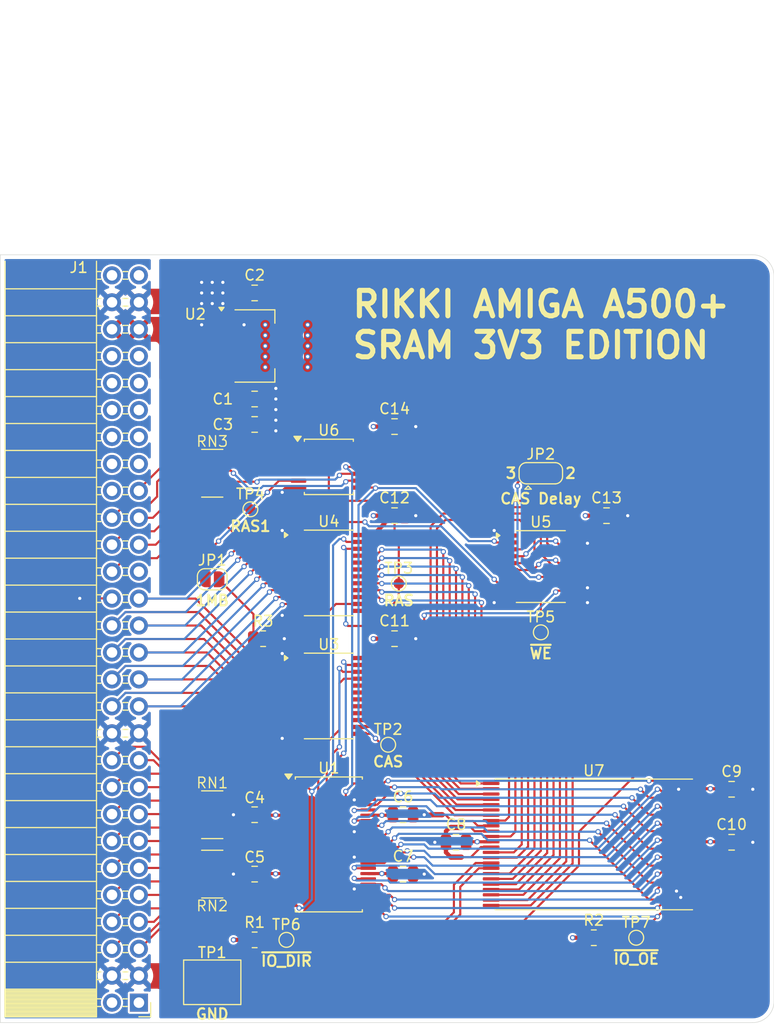
<source format=kicad_pcb>
(kicad_pcb (version 20241229) (generator "pcbnew") (generator_version "9.0")
  (title_block (comment 4 "AISLER Project ID: DWRHYQTB"))
  (layers (0 "F.Cu" signal) (4 "In1.Cu" power) (6 "In2.Cu" power) (2 "B.Cu" signal) (13 "F.Paste" user) (15 "B.Paste" user) (5 "F.SilkS" user "F.Silkscreen") (7 "B.SilkS" user "B.Silkscreen") (1 "F.Mask" user) (3 "B.Mask" user) (25 "Edge.Cuts" user))
  (net 0 "")
  (net 1 "+5V")
  (net 2 "GND")
  (net 3 "+3V3")
  (net 4 "XDRA4")
  (net 7 "XDRD1")
  (net 9 "XDRD10")
  (net 10 "~{XCASU}")
  (net 11 "~{XOE}")
  (net 12 "XDRA0")
  (net 13 "XDRD4")
  (net 14 "~{XRAS0}")
  (net 16 "~{XWE}")
  (net 19 "XDRA8")
  (net 20 "XDRD3")
  (net 21 "XDRD2")
  (net 27 "XDRA6")
  (net 28 "XDRD6")
  (net 29 "XDRD11")
  (net 32 "XDRD14")
  (net 33 "XDRD7")
  (net 34 "~{XCASL}")
  (net 35 "XDRA2")
  (net 36 "XDRA3")
  (net 37 "XDRD8")
  (net 39 "XDRA7")
  (net 40 "~{EXRAM}")
  (net 41 "XDRA1")
  (net 42 "XDRA5")
  (net 43 "XDRD5")
  (net 44 "XDRD9")
  (net 45 "XDRD15")
  (net 46 "XDRD12")
  (net 47 "XDRD0")
  (net 48 "XDRD13")
  (net 49 "~{XRAS1}")
  (net 50 "RAS1")
  (net 51 "SEL_A18")
  (net 52 "Net-(JP2-C)")
  (net 53 "CAS_P2")
  (net 54 "CAS_P3")
  (net 55 "A19")
  (net 56 "A20")
  (net 57 "A21")
  (net 58 "IO_DIR")
  (net 59 "~{IO_OE}")
  (net 60 "Net-(RN1-R1.2)")
  (net 61 "Net-(RN1-R5.2)")
  (net 62 "Net-(RN1-R3.2)")
  (net 63 "Net-(RN1-R8.2)")
  (net 64 "Net-(RN1-R7.2)")
  (net 65 "Net-(RN1-R6.2)")
  (net 66 "Net-(RN1-R4.2)")
  (net 67 "Net-(RN1-R2.2)")
  (net 68 "Net-(RN2-R2.2)")
  (net 69 "Net-(RN2-R1.2)")
  (net 70 "Net-(RN2-R8.2)")
  (net 71 "Net-(RN2-R5.2)")
  (net 72 "Net-(RN2-R6.2)")
  (net 73 "Net-(RN2-R4.2)")
  (net 74 "Net-(RN2-R7.2)")
  (net 75 "Net-(RN2-R3.2)")
  (net 76 "~{CASL}")
  (net 78 "~{WE}")
  (net 79 "~{CASU}")
  (net 80 "CAS")
  (net 81 "RAS")
  (net 82 "IO11")
  (net 83 "IO14")
  (net 84 "IO6")
  (net 85 "IO15")
  (net 86 "IO13")
  (net 87 "IO3")
  (net 88 "IO1")
  (net 89 "IO4")
  (net 90 "IO0")
  (net 91 "IO2")
  (net 92 "IO7")
  (net 93 "IO10")
  (net 94 "IO5")
  (net 95 "IO9")
  (net 96 "IO12")
  (net 97 "IO8")
  (net 98 "A13")
  (net 99 "A12")
  (net 100 "A17")
  (net 101 "A15")
  (net 102 "A9")
  (net 103 "A10")
  (net 104 "A14")
  (net 105 "A11")
  (net 106 "A16")
  (net 107 "A18")
  (net 108 "A7")
  (net 109 "A2")
  (net 110 "A8")
  (net 111 "A3")
  (net 112 "A4")
  (net 113 "A6")
  (net 114 "A0")
  (net 115 "A1")
  (net 116 "A5")
  (net 117 "~{IO_BLE}")
  (net 118 "~{IO_BHE}")
  (net 119 "CAS_P1")
  (net 122 "~{IO_WE}")
  (net 127 "Net-(RN3-R2.2)")
  (net 128 "Net-(RN3-R3.2)")
  (footprint "Capacitor_SMD:C_0805_2012Metric" (layer "F.Cu") (at 143 109.8 180)
    (property "Reference" "C5")
    (property "Value" "0.1uF")
  )
  (footprint "TestPoint:TestPoint_Pad_D1.0mm" (layer "F.Cu") (at 156.6 82.4)
    (property "Reference" "TP3")
    (property "Value" "TestPoint_Small" (hide yes))
  )
  (footprint "Package_SO:TSSOP-48_6.1x12.5mm_P0.5mm" (layer "F.Cu") (at 150 107)
    (property "Reference" "U1")
    (property "Value" "74LVC16T245")
  )
  (footprint "AmigaA500RAM:R_Array08_EXB2H" (layer "F.Cu") (at 139 109.8)
    (property "Reference" "RN2")
    (property "Value" "EXB-2HV680JV" (hide yes))
  )
  (footprint "Package_SO:TSOP-I-48_18.4x12mm_P0.5mm" (layer "F.Cu") (at 175 107)
    (property "Reference" "U7")
    (property "Value" "AS6C6416-55TIN")
  )
  (footprint "Jumper:SolderJumper-3_P1.3mm_Bridged2Bar12_RoundedPad1.0x1.5mm" (layer "F.Cu") (at 170 72)
    (property "Reference" "JP2")
    (property "Value" "CAS 3x or 2x delay")
  )
  (footprint "Package_SO:TSSOP-24_4.4x7.8mm_P0.65mm" (layer "F.Cu") (at 150 93)
    (property "Reference" "U3")
    (property "Value" "SN74LVC821A")
  )
  (footprint "AmigaA500RAM:R_Array08_EXB2H" (layer "F.Cu") (at 139 72)
    (property "Reference" "RN3")
    (property "Value" "EXB-2HV680JV")
  )
  (footprint "Capacitor_SMD:C_0805_2012Metric" (layer "F.Cu") (at 157 109.8)
    (property "Reference" "C7")
    (property "Value" "0.1uF")
  )
  (footprint "Capacitor_SMD:C_0805_2012Metric" (layer "F.Cu") (at 188 106.8)
    (property "Reference" "C10")
    (property "Value" "0.1uF")
  )
  (footprint "NetTie:NetTie-2_SMD_Pad0.5mm" (layer "F.Cu") (at 162 105.4)
    (property "Reference" "NT2" (hide yes))
    (property "Value" "NetTie_2" (hide yes))
  )
  (footprint "NetTie:NetTie-2_SMD_Pad0.5mm" (layer "F.Cu") (at 127 83.8)
    (property "Reference" "NT4" (hide yes))
    (property "Value" "NetTie_2" (hide yes))
  )
  (footprint "Package_SO:TSSOP-24_4.4x7.8mm_P0.65mm" (layer "F.Cu") (at 150 81.4)
    (property "Reference" "U4")
    (property "Value" "SN74LVC821A")
  )
  (footprint "Resistor_SMD:R_0805_2012Metric" (layer "F.Cu") (at 143 116)
    (property "Reference" "R1")
    (property "Value" "10K")
  )
  (footprint "Resistor_SMD:R_0805_2012Metric" (layer "F.Cu") (at 143.8 87.6)
    (property "Reference" "R3")
    (property "Value" "10K")
  )
  (footprint "AmigaA500RAM:PinSocket_2x28_P2.54mm_Horizontal_A501" (layer "F.Cu") (at 132.08 53.34)
    (property "Reference" "J1")
    (property "Value" "SSQ-128-02-G-D-RA" (hide yes))
  )
  (footprint "TestPoint:TestPoint_Pad_D1.0mm" (layer "F.Cu") (at 170 87)
    (property "Reference" "TP5")
    (property "Value" "TestPoint_Small" (hide yes))
  )
  (footprint "Capacitor_SMD:C_0805_2012Metric" (layer "F.Cu") (at 157 104.2)
    (property "Reference" "C6")
    (property "Value" "0.1uF")
  )
  (footprint "Capacitor_SMD:C_0805_2012Metric" (layer "F.Cu") (at 162 106.8 180)
    (property "Reference" "C8")
    (property "Value" "0.1uF")
  )
  (footprint "Capacitor_SMD:C_0805_2012Metric" (layer "F.Cu") (at 176.2 76)
    (property "Reference" "C13")
    (property "Value" "0.1uF")
  )
  (footprint "Capacitor_SMD:C_0805_2012Metric" (layer "F.Cu") (at 188 101.8)
    (property "Reference" "C9")
    (property "Value" "0.1uF")
  )
  (footprint "Capacitor_SMD:C_0805_2012Metric" (layer "F.Cu") (at 156.2 76)
    (property "Reference" "C12")
    (property "Value" "0.1uF")
  )
  (footprint "Resistor_SMD:R_0805_2012Metric" (layer "F.Cu") (at 175 115.8)
    (property "Reference" "R2")
    (property "Value" "10K")
  )
  (footprint "Jumper:SolderJumper-2_P1.3mm_Open_RoundedPad1.0x1.5mm" (layer "F.Cu") (at 139 82)
    (property "Reference" "JP1")
    (property "Value" "1MB")
  )
  (footprint "AmigaA500RAM:R_Array08_EXB2H" (layer "F.Cu") (at 139 104.2)
    (property "Reference" "RN1")
    (property "Value" "EXB-2HV680JV" (hide yes))
  )
  (footprint "Package_SO:TSSOP-14_4.4x5mm_P0.65mm" (layer "F.Cu") (at 150 71.4)
    (property "Reference" "U6")
    (property "Value" "SN74LVC00A")
  )
  (footprint "AmigaA500RAM:TestPoint_Keystone_5016_Compact" (layer "F.Cu") (at 139 120)
    (property "Reference" "TP1")
    (property "Value" "TestPoint_Small" (hide yes))
  )
  (footprint "Capacitor_SMD:C_0805_2012Metric" (layer "F.Cu") (at 143 104.2 180)
    (property "Reference" "C4")
    (property "Value" "0.1uF")
  )
  (footprint "NetTie:NetTie-2_SMD_Pad0.5mm" (layer "F.Cu") (at 162 108.2)
    (property "Reference" "NT3" (hide yes))
    (property "Value" "NetTie_2" (hide yes))
  )
  (footprint "Capacitor_SMD:C_0805_2012Metric" (layer "F.Cu") (at 156.2 87.6)
    (property "Reference" "C11")
    (property "Value" "0.1uF")
  )
  (footprint "Capacitor_SMD:C_0805_2012Metric" (layer "F.Cu") (at 143 65)
    (property "Reference" "C1")
    (property "Value" "1uF")
  )
  (footprint "TestPoint:TestPoint_Pad_D1.0mm" (layer "F.Cu") (at 155.6 97.6)
    (property "Reference" "TP2")
    (property "Value" "TestPoint_Small" (hide yes))
  )
  (footprint "TestPoint:TestPoint_Pad_D1.0mm" (layer "F.Cu") (at 146 116)
    (property "Reference" "TP6")
    (property "Value" "TestPoint_Small" (hide yes))
  )
  (footprint "TestPoint:TestPoint_Pad_D1.0mm" (layer "F.Cu") (at 142.6 75.4)
    (property "Reference" "TP4")
    (property "Value" "TestPoint_Small" (hide yes))
  )
  (footprint "Package_SO:TSSOP-20_4.4x6.5mm_P0.65mm" (layer "F.Cu") (at 170 80.8)
    (property "Reference" "U5")
    (property "Value" "SN74LVC244A")
  )
  (footprint "TestPoint:TestPoint_Pad_D1.0mm" (layer "F.Cu") (at 179 115.8)
    (property "Reference" "TP7")
    (property "Value" "TestPoint_Small" (hide yes))
  )
  (footprint "Capacitor_SMD:C_0805_2012Metric" (layer "F.Cu") (at 143 67.4)
    (property "Reference" "C3")
    (property "Value" "0.1uF")
  )
  (footprint "Capacitor_SMD:C_0805_2012Metric" (layer "F.Cu") (at 143 55 180)
    (property "Reference" "C2")
    (property "Value" "1uF")
  )
  (footprint "NetTie:NetTie-2_SMD_Pad0.5mm" (layer "F.Cu") (at 160.2 104.2)
    (property "Reference" "NT1" (hide yes))
    (property "Value" "NetTie_2" (hide yes))
  )
  (footprint "Package_TO_SOT_SMD:SOT-223-3_TabPin2" (layer "F.Cu") (at 143 60)
    (property "Reference" "U2")
    (property "Value" "TLV1117LV33")
  )
  (footprint "Capacitor_SMD:C_0805_2012Metric" (layer "F.Cu") (at 156.2 67.6)
    (property "Reference" "C14")
    (property "Value" "0.1uF")
  )
  (gr_line (start 160.2 90.6) (end 160.2 80.4) (stroke (width 0.2)) (layer "F.Cu") (net 117))
  (gr_line (start 159.6 90.6) (end 159.6 80.4) (stroke (width 0.2)) (layer "F.Cu") (net 118))
  (gr_line (start 192 53.4) (end 192 121.8) (stroke (width 0.05)) (layer "Edge.Cuts"))
  (gr_arc (start 192 121.8) (mid 191.414214 123.214214) (end 190 123.8) (stroke (width 0.05)) (layer "Edge.Cuts"))
  (gr_line (start 119 51.4) (end 190 51.4) (stroke (width 0.05)) (layer "Edge.Cuts"))
  (gr_line (start 119 51.4) (end 119 123.8) (stroke (width 0.05)) (layer "Edge.Cuts"))
  (gr_line (start 119 123.8) (end 190 123.8) (stroke (width 0.05)) (layer "Edge.Cuts"))
  (gr_arc (start 190 51.4) (mid 191.414214 51.985786) (end 192 53.4) (stroke (width 0.05)) (layer "Edge.Cuts"))
  (gr_text "~{IO_DIR}" (at 146 118 0) (layer "F.SilkS") (effects (font (size 1 1) (thickness 0.2) (bold yes))))
  (gr_text "RAS1" (at 142.6 77 0) (layer "F.SilkS") (effects (font (size 1 1) (thickness 0.2) (bold yes))))
  (gr_text "GND" (at 139 123 0) (layer "F.SilkS") (effects (font (size 1 1) (thickness 0.2) (bold yes))))
  (gr_text "2" (at 172.2 72 0) (layer "F.SilkS") (effects (font (size 1 1) (thickness 0.2) (bold yes)) (justify left)))
  (gr_text "RAS" (at 156.6 84 0) (layer "F.SilkS") (effects (font (size 1 1) (thickness 0.2) (bold yes))))
  (gr_text "3" (at 167.8 72 0) (layer "F.SilkS") (effects (font (size 1 1) (thickness 0.2) (bold yes)) (justify right)))
  (gr_text "~{WE}" (at 170 89 0) (layer "F.SilkS") (effects (font (size 1 1) (thickness 0.2) (bold yes))))
  (gr_text "CAS Delay" (at 170 74.4 0) (layer "F.SilkS") (effects (font (size 1 1) (thickness 0.2) (bold yes))))
  (gr_text "1MB" (at 139 84 0) (layer "F.SilkS") (effects (font (size 1 1) (thickness 0.2) (bold yes))))
  (gr_text "RIKKI AMIGA A500+\nSRAM 3V3 EDITION" (at 152 58 0) (layer "F.SilkS") (effects (font (size 2.4 2.4) (thickness 0.48) (bold yes)) (justify left)))
  (gr_text "CAS" (at 155.6 99.2 0) (layer "F.SilkS") (effects (font (size 1 1) (thickness 0.2) (bold yes))))
  (gr_text "~{IO_OE}" (at 179 117.8 0) (layer "F.SilkS") (effects (font (size 1 1) (thickness 0.2) (bold yes))))
  (segment (start 144 109.75) (end 146.2875 109.75) (width 0.3) (layer "F.Cu") (net 1))
  (segment (start 144.955254 104.25) (end 144 104.25) (width 0.3) (layer "F.Cu") (net 1))
  (segment (start 144.999752 104.25) (end 144.977503 104.227751) (width 0.3) (layer "F.Cu") (net 1))
  (segment (start 144.977503 104.227751) (end 144.955254 104.25) (width 0.3) (layer "F.Cu") (net 1))
  (segment (start 144 104.25) (end 143.95 104.2) (width 0.3) (layer "F.Cu") (net 1))
  (segment (start 146.2875 104.25) (end 144.999752 104.25) (width 0.3) (layer "F.Cu") (net 1))
  (segment (start 143.95 109.8) (end 144 109.75) (width 0.3) (layer "F.Cu") (net 1))
  (via (at 144.977503 104.227751) (size 0.5) (drill 0.3) (layers "F.Cu" "B.Cu") (net 1))
  (via (at 144.977503 109.772249) (size 0.5) (drill 0.3) (layers "F.Cu" "B.Cu") (net 1))
  (segment (start 147.1375 77.825) (end 146.025 77.825) (width 0.4) (layer "F.Cu") (net 2))
  (segment (start 146.025 77.825) (end 145.6 77.4) (width 0.4) (layer "F.Cu") (net 2))
  (segment (start 183.2 112) (end 183.45 111.75) (width 0.3) (layer "F.Cu") (net 2))
  (segment (start 159 104.2) (end 157.95 104.2) (width 0.4) (layer "F.Cu") (net 2))
  (segment (start 166.075 83.725) (end 165.6 84.2) (width 0.4) (layer "F.Cu") (net 2))
  (segment (start 160 106.8) (end 161.05 106.8) (width 0.4) (layer "F.Cu") (net 2))
  (segment (start 183.45 111.75) (end 184.6875 111.75) (width 0.3) (layer "F.Cu") (net 2))
  (segment (start 146.025 89.425) (end 145.6 89) (width 0.4) (layer "F.Cu") (net 2))
  (segment (start 174.025 82.425) (end 172.8625 82.425) (width 0.4) (layer "F.Cu") (net 2))
  (segment (start 183 102) (end 183.25 102.25) (width 0.3) (layer "F.Cu") (net 2))
  (segment (start 152.45 108.25) (end 152.4 108.2) (width 0.3) (layer "F.Cu") (net 2))
  (segment (start 183 101.8) (end 183 102) (width 0.3) (layer "F.Cu") (net 2))
  (segment (start 174.325 78.525) (end 174.4 78.6) (width 0.4) (layer "F.Cu") (net 2))
  (segment (start 146.05 73.35) (end 145.6 73.8) (width 0.4) (layer "F.Cu") (net 2))
  (segment (start 147.1375 73.35) (end 146.05 73.35) (width 0.4) (layer "F.Cu") (net 2))
  (segment (start 159 109.8) (end 157.95 109.8) (width 0.4) (layer "F.Cu") (net 2))
  (segment (start 161.5 105.4) (end 161.4 105.4) (width 0.4) (layer "F.Cu") (net 2))
  (segment (start 153.7125 111.25) (end 152.45 111.25) (width 0.3) (layer "F.Cu") (net 2))
  (segment (start 152.45 105.75) (end 152.4 105.8) (width 0.3) (layer "F.Cu") (net 2))
  (segment (start 153.7125 108.25) (end 152.45 108.25) (width 0.3) (layer "F.Cu") (net 2))
  (segment (start 147.1375 89.425) (end 146.025 89.425) (width 0.4) (layer "F.Cu") (net 2))
  (segment (start 158.2 67.6) (end 157.15 67.6) (width 0.4) (layer "F.Cu") (net 2))
  (segment (start 190 106.8) (end 188.95 106.8) (width 0.4) (layer "F.Cu") (net 2))
  (segment (start 167.1375 83.725) (end 166.075 83.725) (width 0.4) (layer "F.Cu") (net 2))
  (segment (start 182.8 111.4) (end 182.95 111.25) (width 0.3) (layer "F.Cu") (net 2))
  (segment (start 190 101.8) (end 188.95 101.8) (width 0.4) (layer "F.Cu") (net 2))
  (segment (start 141 104.2) (end 142.05 104.2) (width 0.4) (layer "F.Cu") (net 2))
  (segment (start 173.925 83.725) (end 174.4 84.2) (width 0.4) (layer "F.Cu") (net 2))
  (segment (start 172.8625 83.725) (end 173.925 83.725) (width 0.4) (layer "F.Cu") (net 2))
  (segment (start 172.8625 78.525) (end 174.325 78.525) (width 0.4) (layer "F.Cu") (net 2))
  (segment (start 158.2 76) (end 157.15 76) (width 0.4) (layer "F.Cu") (net 2))
  (segment (start 167.1375 77.875) (end 166.075 77.875) (width 0.4) (layer "F.Cu") (net 2))
  (segment (start 161.05 105.75) (end 161.05 106.8) (width 0.4) (layer "F.Cu") (net 2))
  (segment (start 147.1375 96.575) (end 146.025 96.575) (width 0.4) (layer "F.Cu") (net 2))
  (segment (start 161.05 107.75) (end 161.05 106.8) (width 0.4) (layer "F.Cu") (net 2))
  (segment (start 161.4 105.4) (end 161.05 105.75) (width 0.4) (layer "F.Cu") (net 2))
  (segment (start 161.5 108.2) (end 161.05 107.75) (width 0.4) (layer "F.Cu") (net 2))
  (segment (start 152.45 111.25) (end 152.4 111.2) (width 0.3) (layer "F.Cu") (net 2))
  (segment (start 174.4 82.8) (end 174.025 82.425) (width 0.4) (layer "F.Cu") (net 2))
  (segment (start 146.025 96.575) (end 145.6 97) (width 0.4) (layer "F.Cu") (net 2))
  (segment (start 166.075 77.875) (end 165.6 77.4) (width 0.4) (layer "F.Cu") (net 2))
  (segment (start 159.7 104.2) (end 159 104.2) (width 0.4) (layer "F.Cu") (net 2))
  (segment (start 141 109.8) (end 142.05 109.8) (width 0.4) (layer "F.Cu") (net 2))
  (segment (start 144.7125 87.6) (end 145.8 87.6) (width 0.4) (layer "F.Cu") (net 2))
  (segment (start 147.1375 84.975) (end 146.025 84.975) (width 0.4) (layer "F.Cu") (net 2))
  (segment (start 152.45 102.75) (end 152.4 102.8) (width 0.3) (layer "F.Cu") (net 2))
  (segment (start 178.2 76) (end 177.15 76) (width 0.4) (layer "F.Cu") (net 2))
  (segment (start 146.025 84.975) (end 145.6 85.4) (width 0.4) (layer "F.Cu") (net 2))
  (segment (start 182.95 111.25) (end 184.6875 111.25) (width 0.3) (layer "F.Cu") (net 2))
  (segment (start 153.7125 102.75) (end 152.45 102.75) (width 0.3) (layer "F.Cu") (net 2))
  (segment (start 183.25 102.25) (end 184.6875 102.25) (width 0.3) (layer "F.Cu") (net 2))
  (segment (start 153.7125 105.75) (end 152.45 105.75) (width 0.3) (layer "F.Cu") (net 2))
  (segment (start 158.2 87.6) (end 157.15 87.6) (width 0.4) (layer "F.Cu") (net 2))
  (via (at 174.4 84.2) (size 0.5) (drill 0.3) (layers "F.Cu" "B.Cu") (net 2))
  (via (at 139 56) (size 0.5) (drill 0.3) (layers "F.Cu" "B.Cu") (net 2))
  (via (at 158.2 67.6) (size 0.5) (drill 0.3) (layers "F.Cu" "B.Cu") (net 2))
  (via (at 165.6 77.4) (size 0.5) (drill 0.3) (layers "F.Cu" "B.Cu") (net 2))
  (via (at 145.6 85.4) (size 0.5) (drill 0.3) (layers "F.Cu" "B.Cu") (net 2))
  (via (at 138 58) (size 0.5) (drill 0.3) (layers "F.Cu" "B.Cu") (net 2))
  (via (at 159 109.8) (size 0.5) (drill 0.3) (layers "F.Cu" "B.Cu") (net 2))
  (via (at 139 55) (size 0.5) (drill 0.3) (layers "F.Cu" "B.Cu") (net 2))
  (via (at 138 54) (size 0.5) (drill 0.3) (layers "F.Cu" "B.Cu") (net 2))
  (via (at 138 56) (size 0.5) (drill 0.3) (layers "F.Cu" "B.Cu") (net 2))
  (via (at 174.4 82.8) (size 0.5) (drill 0.3) (layers "F.Cu" "B.Cu") (net 2))
  (via (at 145.6 97) (size 0.5) (drill 0.3) (layers "F.Cu" "B.Cu") (net 2))
  (via (at 142 58) (size 0.5) (drill 0.3) (layers "F.Cu" "B.Cu") (net 2))
  (via (at 174.4 78.6) (size 0.5) (drill 0.3) (layers "F.Cu" "B.Cu") (net 2))
  (via (at 178.2 76) (size 0.5) (drill 0.3) (layers "F.Cu" "B.Cu") (net 2))
  (via (at 152.4 108.2) (size 0.5) (drill 0.3) (layers "F.Cu" "B.Cu") (net 2))
  (via (at 183 101.8) (size 0.5) (drill 0.3) (layers "F.Cu" "B.Cu") (net 2))
  (via (at 158.2 76) (size 0.5) (drill 0.3) (layers "F.Cu" "B.Cu") (net 2))
  (via (at 160 106.8) (size 0.5) (drill 0.3) (layers "F.Cu" "B.Cu") (net 2))
  (via (at 152.4 111.2) (size 0.5) (drill 0.3) (layers "F.Cu" "B.Cu") (net 2))
  (via (at 140 55) (size 0.5) (drill 0.3) (layers "F.Cu" "B.Cu") (net 2))
  (via (at 145.6 73.8) (size 0.5) (drill 0.3) (layers "F.Cu" "B.Cu") (net 2))
  (via (at 152.4 105.8) (size 0.5) (drill 0.3) (layers "F.Cu" "B.Cu") (net 2))
  (via (at 190 106.8) (size 0.5) (drill 0.3) (layers "F.Cu" "B.Cu") (net 2))
  (via (at 158.2 87.6) (size 0.5) (drill 0.3) (layers "F.Cu" "B.Cu") (net 2))
  (via (at 141 109.8) (size 0.5) (drill 0.3) (layers "F.Cu" "B.Cu") (net 2))
  (via (at 190 101.8) (size 0.5) (drill 0.3) (layers "F.Cu" "B.Cu") (net 2))
  (via (at 145 64) (size 0.5) (drill 0.3) (layers "F.Cu" "B.Cu") (net 2))
  (via (at 145 66) (size 0.5) (drill 0.3) (layers "F.Cu" "B.Cu") (net 2))
  (via (at 183.2 112) (size 0.5) (drill 0.3) (layers "F.Cu" "B.Cu") (net 2))
  (via (at 145 68) (size 0.5) (drill 0.3) (layers "F.Cu" "B.Cu") (net 2))
  (via (at 152.4 102.8) (size 0.5) (drill 0.3) (layers "F.Cu" "B.Cu") (net 2))
  (via (at 145 67) (size 0.5) (drill 0.3) (layers "F.Cu" "B.Cu") (net 2))
  (via (at 145.8 87.6) (size 0.5) (drill 0.3) (layers "F.Cu" "B.Cu") (net 2))
  (via (at 159 104.2) (size 0.5) (drill 0.3) (layers "F.Cu" "B.Cu") (net 2))
  (via (at 182.8 111.4) (size 0.5) (drill 0.3) (layers "F.Cu" "B.Cu") (net 2))
  (via (at 145 65) (size 0.5) (drill 0.3) (layers "F.Cu" "B.Cu") (net 2))
  (via (at 165.6 84.2) (size 0.5) (drill 0.3) (layers "F.Cu" "B.Cu") (net 2))
  (via (at 138 55) (size 0.5) (drill 0.3) (layers "F.Cu" "B.Cu") (net 2))
  (via (at 126.5 83.8) (size 0.5) (drill 0.3) (layers "F.Cu" "B.Cu") (net 2))
  (via (at 145.6 77.4) (size 0.5) (drill 0.3) (layers "F.Cu" "B.Cu") (net 2))
  (via (at 145.6 89) (size 0.5) (drill 0.3) (layers "F.Cu" "B.Cu") (net 2))
  (via (at 141 104.2) (size 0.5) (drill 0.3) (layers "F.Cu" "B.Cu") (net 2))
  (via (at 139 54) (size 0.5) (drill 0.3) (layers "F.Cu" "B.Cu") (net 2))
  (via (at 140 56) (size 0.5) (drill 0.3) (layers "F.Cu" "B.Cu") (net 2))
  (via (at 140 54) (size 0.5) (drill 0.3) (layers "F.Cu" "B.Cu") (net 2))
  (segment (start 153.7125 109.75) (end 156 109.75) (width 0.3) (layer "F.Cu") (net 3))
  (segment (start 139.85 60) (end 146.15 60) (width 0.4) (layer "F.Cu") (net 3))
  (segment (start 155.25 76) (end 155.25 76.75) (width 0.4) (layer "F.Cu") (net 3))
  (segment (start 163 106.75) (end 162.95 106.8) (width 0.3) (layer "F.Cu") (net 3))
  (segment (start 155.25 87.6) (end 155.25 88.35) (width 0.4) (layer "F.Cu") (net 3))
  (segment (start 155.25 87.6) (end 154.2 87.6) (width 0.4) (layer "F.Cu") (net 3))
  (segment (start 141 116) (end 142.0875 116) (width 0.4) (layer "F.Cu") (net 3))
  (segment (start 154.175 77.825) (end 152.8625 77.825) (width 0.4) (layer "F.Cu") (net 3))
  (segment (start 155.25 88.35) (end 154.175 89.425) (width 0.4) (layer "F.Cu") (net 3))
  (segment (start 155.25 68.35) (end 154.15 69.45) (width 0.4) (layer "F.Cu") (net 3))
  (segment (start 156 109.75) (end 156.05 109.8) (width 0.3) (layer "F.Cu") (net 3))
  (segment (start 155.25 67.6) (end 155.25 68.35) (width 0.4) (layer "F.Cu") (net 3))
  (segment (start 154.2 67.6) (end 155.25 67.6) (width 0.4) (layer "F.Cu") (net 3))
  (segment (start 165.3125 106.75) (end 163 106.75) (width 0.3) (layer "F.Cu") (net 3))
  (segment (start 156 104.25) (end 156.05 104.2) (width 0.3) (layer "F.Cu") (net 3))
  (segment (start 184.6875 101.75) (end 187 101.75) (width 0.3) (layer "F.Cu") (net 3))
  (segment (start 187 101.75) (end 187.05 101.8) (width 0.3) (layer "F.Cu") (net 3))
  (segment (start 184.6875 106.75) (end 187 106.75) (width 0.3) (layer "F.Cu") (net 3))
  (segment (start 175.25 76) (end 175.25 76.75) (width 0.4) (layer "F.Cu") (net 3))
  (segment (start 154.2 76) (end 155.25 76) (width 0.4) (layer "F.Cu") (net 3))
  (segment (start 154.15 69.45) (end 152.8625 69.45) (width 0.4) (layer "F.Cu") (net 3))
  (segment (start 154.175 89.425) (end 152.8625 89.425) (width 0.4) (layer "F.Cu") (net 3))
  (segment (start 175.25 76.75) (end 174.125 77.875) (width 0.4) (layer "F.Cu") (net 3))
  (segment (start 173 115.8) (end 174.0875 115.8) (width 0.4) (layer "F.Cu") (net 3))
  (segment (start 155.25 76.75) (end 154.175 77.825) (width 0.4) (layer "F.Cu") (net 3))
  (segment (start 174.2 76) (end 175.25 76) (width 0.4) (layer "F.Cu") (net 3))
  (segment (start 174.125 77.875) (end 172.8625 77.875) (width 0.4) (layer "F.Cu") (net 3))
  (segment (start 187 106.75) (end 187.05 106.8) (width 0.3) (layer "F.Cu") (net 3))
  (segment (start 153.7125 104.25) (end 156 104.25) (width 0.3) (layer "F.Cu") (net 3))
  (via (at 148 59) (size 0.5) (drill 0.3) (layers "F.Cu" "B.Cu") (net 3))
  (via (at 144 61) (size 0.5) (drill 0.3) (layers "F.Cu" "B.Cu") (net 3))
  (via (at 173 115.8) (size 0.5) (drill 0.3) (layers "F.Cu" "B.Cu") (net 3))
  (via (at 155 109.75) (size 0.5) (drill 0.3) (layers "F.Cu" "B.Cu") (net 3))
  (via (at 144 60) (size 0.5) (drill 0.3) (layers "F.Cu" "B.Cu") (net 3))
  (via (at 154.2 87.6) (size 0.5) (drill 0.3) (layers "F.Cu" "B.Cu") (net 3))
  (via (at 148 61) (size 0.5) (drill 0.3) (layers "F.Cu" "B.Cu") (net 3))
  (via (at 144 59) (size 0.5) (drill 0.3) (layers "F.Cu" "B.Cu") (net 3))
  (via (at 164 106.75) (size 0.5) (drill 0.3) (layers "F.Cu" "B.Cu") (net 3))
  (via (at 148 62) (size 0.5) (drill 0.3) (layers "F.Cu" "B.Cu") (net 3))
  (via (at 186 101.75) (size 0.5) (drill 0.3) (layers "F.Cu" "B.Cu") (net 3))
  (via (at 154.2 76) (size 0.5) (drill 0.3) (layers "F.Cu" "B.Cu") (net 3))
  (via (at 141 116) (size 0.5) (drill 0.3) (layers "F.Cu" "B.Cu") (net 3))
  (via (at 154.2 67.6) (size 0.5) (drill 0.3) (layers "F.Cu" "B.Cu") (net 3))
  (via (at 148 60) (size 0.5) (drill 0.3) (layers "F.Cu" "B.Cu") (net 3))
  (via (at 174.2 76) (size 0.5) (drill 0.3) (layers "F.Cu" "B.Cu") (net 3))
  (via (at 155 104.25) (size 0.5) (drill 0.3) (layers "F.Cu" "B.Cu") (net 3))
  (via (at 144 58) (size 0.5) (drill 0.3) (layers "F.Cu" "B.Cu") (net 3))
  (via (at 186 106.75) (size 0.5) (drill 0.3) (layers "F.Cu" "B.Cu") (net 3))
  (via (at 144 62) (size 0.5) (drill 0.3) (layers "F.Cu" "B.Cu") (net 3))
  (via (at 148 58) (size 0.5) (drill 0.3) (layers "F.Cu" "B.Cu") (net 3))
  (segment (start 143.2 82) (end 143.25 82) (width 0.2) (layer "F.Cu") (net 4))
  (segment (start 143.25 82) (end 143.525 81.725) (width 0.2) (layer "F.Cu") (net 4))
  (segment (start 138.5 88.9) (end 132.08 88.9) (width 0.2) (layer "F.Cu") (net 4))
  (segment (start 147.1375 93.325) (end 142.925 93.325) (width 0.2) (layer "F.Cu") (net 4))
  (segment (start 143.525 81.725) (end 147.1375 81.725) (width 0.2) (layer "F.Cu") (net 4))
  (segment (start 142.925 93.325) (end 138.5 88.9) (width 0.2) (layer "F.Cu") (net 4))
  (via (at 143.2 82) (size 0.5) (drill 0.3) (layers "F.Cu" "B.Cu") (net 4))
  (segment (start 136.3 88.9) (end 132.08 88.9) (width 0.2) (layer "B.Cu") (net 4))
  (segment (start 143.2 82) (end 136.3 88.9) (width 0.2) (layer "B.Cu") (net 4))
  (segment (start 138.25 111.05) (end 137.35 111.05) (width 0.2) (layer "F.Cu") (net 7))
  (segment (start 137.35 111.05) (end 132.83 115.57) (width 0.2) (layer "F.Cu") (net 7))
  (segment (start 130.81 115.57) (end 132.83 115.57) (width 0.2) (layer "F.Cu") (net 7))
  (segment (start 129.54 116.84) (end 130.81 115.57) (width 0.2) (layer "F.Cu") (net 7))
  (segment (start 136.14 104.14) (end 132.08 104.14) (width 0.2) (layer "F.Cu") (net 9))
  (segment (start 138.25 104.95) (end 136.95 104.95) (width 0.2) (layer "F.Cu") (net 9))
  (segment (start 136.95 104.95) (end 136.14 104.14) (width 0.2) (layer "F.Cu") (net 9))
  (segment (start 138.25 71.75) (end 136.45 71.75) (width 0.2) (layer "F.Cu") (net 10))
  (segment (start 136.45 71.75) (end 135 73.2) (width 0.2) (layer "F.Cu") (net 10))
  (segment (start 135 73.2) (end 135 76) (width 0.2) (layer "F.Cu") (net 10))
  (segment (start 133.53 77.47) (end 130.81 77.47) (width 0.2) (layer "F.Cu") (net 10))
  (segment (start 135 76) (end 133.53 77.47) (width 0.2) (layer "F.Cu") (net 10))
  (segment (start 130.81 77.47) (end 129.54 78.74) (width 0.2) (layer "F.Cu") (net 10))
  (segment (start 133.79 80.01) (end 130.81 80.01) (width 0.2) (layer "F.Cu") (net 11))
  (segment (start 130.81 80.01) (end 129.54 81.28) (width 0.2) (layer "F.Cu") (net 11))
  (segment (start 137.05 72.75) (end 136.2 73.6) (width 0.2) (layer "F.Cu") (net 11))
  (segment (start 136.2 77.6) (end 133.79 80.01) (width 0.2) (layer "F.Cu") (net 11))
  (segment (start 138.25 72.75) (end 137.05 72.75) (width 0.2) (layer "F.Cu") (net 11))
  (segment (start 136.2 73.6) (end 136.2 77.6) (width 0.2) (layer "F.Cu") (net 11))
  (segment (start 139.58 93.98) (end 132.08 93.98) (width 0.2) (layer "F.Cu") (net 12))
  (segment (start 145.6 84.4) (end 145.675 84.325) (width 0.2) (layer "F.Cu") (net 12))
  (segment (start 145.675 84.325) (end 147.1375 84.325) (width 0.2) (layer "F.Cu") (net 12))
  (segment (start 147.1375 95.925) (end 141.525 95.925) (width 0.2) (layer "F.Cu") (net 12))
  (segment (start 141.525 95.925) (end 139.58 93.98) (width 0.2) (layer "F.Cu") (net 12))
  (via (at 145.6 84.4) (size 0.5) (drill 0.3) (layers "F.Cu" "B.Cu") (net 12))
  (segment (start 145.6 84.4) (end 136.02 93.98) (width 0.2) (layer "B.Cu") (net 12))
  (segment (start 136.02 93.98) (end 132.08 93.98) (width 0.2) (layer "B.Cu") (net 12))
  (segment (start 137.05 109.55) (end 134.84 111.76) (width 0.2) (layer "F.Cu") (net 13))
  (segment (start 134.84 111.76) (end 132.08 111.76) (width 0.2) (layer "F.Cu") (net 13))
  (segment (start 138.25 109.55) (end 137.05 109.55) (width 0.2) (layer "F.Cu") (net 13))
  (segment (start 133.8 74.2) (end 133.07 74.93) (width 0.2) (layer "F.Cu") (net 14))
  (segment (start 138.25 70.75) (end 135.85 70.75) (width 0.2) (layer "F.Cu") (net 14))
  (segment (start 133.07 74.93) (end 130.81 74.93) (width 0.2) (layer "F.Cu") (net 14))
  (segment (start 130.81 74.93) (end 129.54 76.2) (width 0.2) (layer "F.Cu") (net 14))
  (segment (start 135.85 70.75) (end 133.8 72.8) (width 0.2) (layer "F.Cu") (net 14))
  (segment (start 133.8 72.8) (end 133.8 74.2) (width 0.2) (layer "F.Cu") (net 14))
  (segment (start 135.4375 70.1625) (end 132.08 73.52) (width 0.2) (layer "F.Cu") (net 16))
  (segment (start 132.08 73.52) (end 132.08 73.66) (width 0.2) (layer "F.Cu") (net 16))
  (segment (start 138.25 70.1625) (end 135.4375 70.1625) (width 0.2) (layer "F.Cu") (net 16))
  (segment (start 140.8 79.6) (end 141.275 79.125) (width 0.2) (layer "F.Cu") (net 19))
  (segment (start 147.1375 90.725) (end 144.325 90.725) (width 0.2) (layer "F.Cu") (net 19))
  (segment (start 144.325 90.725) (end 137.42 83.82) (width 0.2) (layer "F.Cu") (net 19))
  (segment (start 141.275 79.125) (end 147.1375 79.125) (width 0.2) (layer "F.Cu") (net 19))
  (segment (start 137.42 83.82) (end 132.08 83.82) (width 0.2) (layer "F.Cu") (net 19))
  (via (at 140.8 79.6) (size 0.5) (drill 0.3) (layers "F.Cu" "B.Cu") (net 19))
  (segment (start 132.08 83.82) (end 136.58 83.82) (width 0.2) (layer "B.Cu") (net 19))
  (segment (start 140.8 79.6) (end 136.58 83.82) (width 0.2) (layer "B.Cu") (net 19))
  (segment (start 130.81 113.03) (end 129.54 114.3) (width 0.2) (layer "F.Cu") (net 20))
  (segment (start 134.17 113.03) (end 130.81 113.03) (width 0.2) (layer "F.Cu") (net 20))
  (segment (start 137.15 110.05) (end 134.17 113.03) (width 0.2) (layer "F.Cu") (net 20))
  (segment (start 138.25 110.05) (end 137.15 110.05) (width 0.2) (layer "F.Cu") (net 20))
  (segment (start 133.5 114.3) (end 132.08 114.3) (width 0.2) (layer "F.Cu") (net 21))
  (segment (start 137.25 110.55) (end 133.5 114.3) (width 0.2) (layer "F.Cu") (net 21))
  (segment (start 138.25 110.55) (end 137.25 110.55) (width 0.2) (layer "F.Cu") (net 21))
  (segment (start 147.1375 92.025) (end 143.625 92.025) (width 0.2) (layer "F.Cu") (net 27))
  (segment (start 137.96 86.36) (end 132.08 86.36) (width 0.2) (layer "F.Cu") (net 27))
  (segment (start 142.375 80.425) (end 147.1375 80.425) (width 0.2) (layer "F.Cu") (net 27))
  (segment (start 143.625 92.025) (end 137.96 86.36) (width 0.2) (layer "F.Cu") (net 27))
  (segment (start 142 80.8) (end 142.375 80.425) (width 0.2) (layer "F.Cu") (net 27))
  (via (at 142 80.8) (size 0.5) (drill 0.3) (layers "F.Cu" "B.Cu") (net 27))
  (segment (start 136.44 86.36) (end 132.08 86.36) (width 0.2) (layer "B.Cu") (net 27))
  (segment (start 142 80.8) (end 136.44 86.36) (width 0.2) (layer "B.Cu") (net 27))
  (segment (start 136.85 108.55) (end 136.18 109.22) (width 0.2) (layer "F.Cu") (net 28))
  (segment (start 136.18 109.22) (end 132.08 109.22) (width 0.2) (layer "F.Cu") (net 28))
  (segment (start 138.25 108.55) (end 136.85 108.55) (width 0.2) (layer "F.Cu") (net 28))
  (segment (start 138.25 104.45) (end 137.05 104.45) (width 0.2) (layer "F.Cu") (net 29))
  (segment (start 135.47 102.87) (end 130.81 102.87) (width 0.2) (layer "F.Cu") (net 29))
  (segment (start 130.81 102.87) (end 129.54 104.14) (width 0.2) (layer "F.Cu") (net 29))
  (segment (start 137.05 104.45) (end 135.47 102.87) (width 0.2) (layer "F.Cu") (net 29))
  (segment (start 138.25 102.95) (end 137.35 102.95) (width 0.2) (layer "F.Cu") (net 32))
  (segment (start 133.46 99.06) (end 132.08 99.06) (width 0.2) (layer "F.Cu") (net 32))
  (segment (start 137.35 102.95) (end 133.46 99.06) (width 0.2) (layer "F.Cu") (net 32))
  (segment (start 130.81 107.95) (end 129.54 109.22) (width 0.2) (layer "F.Cu") (net 33))
  (segment (start 136.75 107.95) (end 130.81 107.95) (width 0.2) (layer "F.Cu") (net 33))
  (segment (start 138.25 107.9625) (end 136.7625 107.9625) (width 0.2) (layer "F.Cu") (net 33))
  (segment (start 136.7625 107.9625) (end 136.75 107.95) (width 0.2) (layer "F.Cu") (net 33))
  (segment (start 135.6 73.4) (end 135.6 76.8) (width 0.2) (layer "F.Cu") (net 34))
  (segment (start 135.6 76.8) (end 133.66 78.74) (width 0.2) (layer "F.Cu") (net 34))
  (segment (start 133.66 78.74) (end 132.08 78.74) (width 0.2) (layer "F.Cu") (net 34))
  (segment (start 138.25 72.25) (end 136.75 72.25) (width 0.2) (layer "F.Cu") (net 34))
  (segment (start 136.75 72.25) (end 135.6 73.4) (width 0.2) (layer "F.Cu") (net 34))
  (segment (start 147.1375 94.625) (end 142.225 94.625) (width 0.2) (layer "F.Cu") (net 35))
  (segment (start 142.225 94.625) (end 139.04 91.44) (width 0.2) (layer "F.Cu") (net 35))
  (segment (start 144.4 83.2) (end 144.575 83.025) (width 0.2) (layer "F.Cu") (net 35))
  (segment (start 139.04 91.44) (end 132.08 91.44) (width 0.2) (layer "F.Cu") (net 35))
  (segment (start 144.575 83.025) (end 147.1375 83.025) (width 0.2) (layer "F.Cu") (net 35))
  (via (at 144.4 83.2) (size 0.5) (drill 0.3) (layers "F.Cu" "B.Cu") (net 35))
  (segment (start 144.4 83.2) (end 136.16 91.44) (width 0.2) (layer "B.Cu") (net 35))
  (segment (start 136.16 91.44) (end 132.08 91.44) (width 0.2) (layer "B.Cu") (net 35))
  (segment (start 138.77 90.17) (end 130.81 90.17) (width 0.2) (layer "F.Cu") (net 36))
  (segment (start 143.8 82.6) (end 144.025 82.375) (width 0.2) (layer "F.Cu") (net 36))
  (segment (start 142.575 93.975) (end 138.77 90.17) (width 0.2) (layer "F.Cu") (net 36))
  (segment (start 147.1375 93.975) (end 142.575 93.975) (width 0.2) (layer "F.Cu") (net 36))
  (segment (start 144.025 82.375) (end 147.1375 82.375) (width 0.2) (layer "F.Cu") (net 36))
  (segment (start 130.81 90.17) (end 129.54 91.44) (width 0.2) (layer "F.Cu") (net 36))
  (via (at 143.8 82.6) (size 0.5) (drill 0.3) (layers "F.Cu" "B.Cu") (net 36))
  (segment (start 136.23 90.17) (end 130.81 90.17) (width 0.2) (layer "B.Cu") (net 36))
  (segment (start 143.8 82.6) (end 136.23 90.17) (width 0.2) (layer "B.Cu") (net 36))
  (segment (start 130.81 90.17) (end 129.54 91.44) (width 0.2) (layer "B.Cu") (net 36))
  (segment (start 136.7625 106.0375) (end 136.12 106.68) (width 0.2) (layer "F.Cu") (net 37))
  (segment (start 138.25 106.0375) (end 136.7625 106.0375) (width 0.2) (layer "F.Cu") (net 37))
  (segment (start 136.12 106.68) (end 132.08 106.68) (width 0.2) (layer "F.Cu") (net 37))
  (segment (start 147.1375 91.375) (end 143.975 91.375) (width 0.2) (layer "F.Cu") (net 39))
  (segment (start 141.825 79.775) (end 147.1375 79.775) (width 0.2) (layer "F.Cu") (net 39))
  (segment (start 137.69 85.09) (end 130.81 85.09) (width 0.2) (layer "F.Cu") (net 39))
  (segment (start 130.81 85.09) (end 129.54 86.36) (width 0.2) (layer "F.Cu") (net 39))
  (segment (start 143.975 91.375) (end 137.69 85.09) (width 0.2) (layer "F.Cu") (net 39))
  (segment (start 141.4 80.2) (end 141.825 79.775) (width 0.2) (layer "F.Cu") (net 39))
  (via (at 141.4 80.2) (size 0.5) (drill 0.3) (layers "F.Cu" "B.Cu") (net 39))
  (segment (start 136.51 85.09) (end 130.81 85.09) (width 0.2) (layer "B.Cu") (net 39))
  (segment (start 141.4 80.2) (end 136.51 85.09) (width 0.2) (layer "B.Cu") (net 39))
  (segment (start 130.81 85.09) (end 129.54 86.36) (width 0.2) (layer "B.Cu") (net 39))
  (segment (start 129.52 83.8) (end 129.54 83.82) (width 0.2) (layer "F.Cu") (net 40))
  (segment (start 127.5 83.8) (end 129.52 83.8) (width 0.2) (layer "F.Cu") (net 40))
  (segment (start 147.1375 95.275) (end 141.875 95.275) (width 0.2) (layer "F.Cu") (net 41))
  (segment (start 145 83.8) (end 145.125 83.675) (width 0.2) (layer "F.Cu") (net 41))
  (segment (start 145.125 83.675) (end 147.1375 83.675) (width 0.2) (layer "F.Cu") (net 41))
  (segment (start 141.875 95.275) (end 139.31 92.71) (width 0.2) (layer "F.Cu") (net 41))
  (segment (start 130.81 92.71) (end 129.54 93.98) (width 0.2) (layer "F.Cu") (net 41))
  (segment (start 139.31 92.71) (end 130.81 92.71) (width 0.2) (layer "F.Cu") (net 41))
  (via (at 145 83.8) (size 0.5) (drill 0.3) (layers "F.Cu" "B.Cu") (net 41))
  (segment (start 136.09 92.71) (end 130.81 92.71) (width 0.2) (layer "B.Cu") (net 41))
  (segment (start 130.81 92.71) (end 129.54 93.98) (width 0.2) (layer "B.Cu") (net 41))
  (segment (start 145 83.8) (end 136.09 92.71) (width 0.2) (layer "B.Cu") (net 41))
  (segment (start 143.275 92.675) (end 138.23 87.63) (width 0.2) (layer "F.Cu") (net 42))
  (segment (start 130.81 87.63) (end 129.54 88.9) (width 0.2) (layer "F.Cu") (net 42))
  (segment (start 147.1375 92.675) (end 143.275 92.675) (width 0.2) (layer "F.Cu") (net 42))
  (segment (start 138.23 87.63) (end 130.81 87.63) (width 0.2) (layer "F.Cu") (net 42))
  (segment (start 142.925 81.075) (end 147.1375 81.075) (width 0.2) (layer "F.Cu") (net 42))
  (segment (start 142.6 81.4) (end 142.925 81.075) (width 0.2) (layer "F.Cu") (net 42))
  (via (at 142.6 81.4) (size 0.5) (drill 0.3) (layers "F.Cu" "B.Cu") (net 42))
  (segment (start 130.81 87.63) (end 129.54 88.9) (width 0.2) (layer "B.Cu") (net 42))
  (segment (start 142.6 81.4) (end 136.37 87.63) (width 0.2) (layer "B.Cu") (net 42))
  (segment (start 136.37 87.63) (end 130.81 87.63) (width 0.2) (layer "B.Cu") (net 42))
  (segment (start 135.51 110.49) (end 130.81 110.49) (width 0.2) (layer "F.Cu") (net 43))
  (segment (start 130.81 110.49) (end 129.54 111.76) (width 0.2) (layer "F.Cu") (net 43))
  (segment (start 138.25 109.05) (end 136.95 109.05) (width 0.2) (layer "F.Cu") (net 43))
  (segment (start 136.95 109.05) (end 135.51 110.49) (width 0.2) (layer "F.Cu") (net 43))
  (segment (start 136.8 105.4) (end 136.79 105.41) (width 0.2) (layer "F.Cu") (net 44))
  (segment (start 138.25 105.45) (end 136.85 105.45) (width 0.2) (layer "F.Cu") (net 44))
  (segment (start 130.81 105.41) (end 129.54 106.68) (width 0.2) (layer "F.Cu") (net 44))
  (segment (start 136.85 105.45) (end 136.8 105.4) (width 0.2) (layer "F.Cu") (net 44))
  (segment (start 136.79 105.41) (end 130.81 105.41) (width 0.2) (layer "F.Cu") (net 44))
  (segment (start 137.3625 102.3625) (end 132.79 97.79) (width 0.2) (layer "F.Cu") (net 45))
  (segment (start 132.79 97.79) (end 130.81 97.79) (width 0.2) (layer "F.Cu") (net 45))
  (segment (start 138.25 102.3625) (end 137.3625 102.3625) (width 0.2) (layer "F.Cu") (net 45))
  (segment (start 130.81 97.79) (end 129.54 99.06) (width 0.2) (layer "F.Cu") (net 45))
  (segment (start 138.25 103.95) (end 137.15 103.95) (width 0.2) (layer "F.Cu") (net 46))
  (segment (start 134.8 101.6) (end 132.08 101.6) (width 0.2) (layer "F.Cu") (net 46))
  (segment (start 137.15 103.95) (end 134.8 101.6) (width 0.2) (layer "F.Cu") (net 46))
  (segment (start 137.3625 111.6375) (end 132.16 116.84) (width 0.2) (layer "F.Cu") (net 47))
  (segment (start 132.16 116.84) (end 132.08 116.84) (width 0.2) (layer "F.Cu") (net 47))
  (segment (start 138.25 111.6375) (end 137.3625 111.6375) (width 0.2) (layer "F.Cu") (net 47))
  (segment (start 130.81 100.33) (end 129.54 101.6) (width 0.2) (layer "F.Cu") (net 48))
  (segment (start 137.25 103.45) (end 134.13 100.33) (width 0.2) (layer "F.Cu") (net 48))
  (segment (start 134.13 100.33) (end 130.81 100.33) (width 0.2) (layer "F.Cu") (net 48))
  (segment (start 138.25 103.45) (end 137.25 103.45) (width 0.2) (layer "F.Cu") (net 48))
  (segment (start 134.4 75.2) (end 133.4 76.2) (width 0.2) (layer "F.Cu") (net 49))
  (segment (start 133.4 76.2) (end 132.08 76.2) (width 0.2) (layer "F.Cu") (net 49))
  (segment (start 138.25 71.25) (end 136.15 71.25) (width 0.2) (layer "F.Cu") (net 49))
  (segment (start 136.15 71.25) (end 134.4 73) (width 0.2) (layer "F.Cu") (net 49))
  (segment (start 134.4 73) (end 134.4 75.2) (width 0.2) (layer "F.Cu") (net 49))
  (segment (start 139.6 78.4) (end 138.35 79.65) (width 0.2) (layer "F.Cu") (net 50))
  (segment (start 145.3 72.7) (end 147.1375 72.7) (width 0.2) (layer "F.Cu") (net 50))
  (segment (start 144.2 73.8) (end 142.6 75.4) (width 0.2) (layer "F.Cu") (net 50))
  (segment (start 138.35 79.65) (end 138.35 82) (width 0.2) (layer "F.Cu") (net 50))
  (segment (start 144.2 73.8) (end 145.3 72.7) (width 0.2) (layer "F.Cu") (net 50))
  (via (at 144.2 73.8) (size 0.5) (drill 0.3) (layers "F.Cu" "B.Cu") (net 50))
  (via (at 139.6 78.4) (size 0.5) (drill 0.3) (layers "F.Cu" "B.Cu") (net 50))
  (segment (start 144.2 73.8) (end 139.6 78.4) (width 0.2) (layer "B.Cu") (net 50))
  (segment (start 139.65 82.05) (end 142.8875 85.2875) (width 0.2) (layer "F.Cu") (net 51))
  (segment (start 144.675 90.075) (end 147.1375 90.075) (width 0.2) (layer "F.Cu") (net 51))
  (segment (start 139.65 82) (end 139.65 82.05) (width 0.2) (layer "F.Cu") (net 51))
  (segment (start 142.8875 88.2875) (end 144.675 90.075) (width 0.2) (layer "F.Cu") (net 51))
  (segment (start 142.8875 87.6) (end 142.8875 88.2875) (width 0.2) (layer "F.Cu") (net 51))
  (segment (start 142.8875 85.2875) (end 142.8875 87.6) (width 0.2) (layer "F.Cu") (net 51))
  (segment (start 152.8625 70.75) (end 169.7 70.75) (width 0.2) (layer "F.Cu") (net 52))
  (segment (start 170 71.05) (end 170 72) (width 0.2) (layer "F.Cu") (net 52))
  (segment (start 169.7 70.75) (end 170 71.05) (width 0.2) (layer "F.Cu") (net 52))
  (segment (start 152.8625 70.1) (end 152.8625 70.75) (width 0.2) (layer "F.Cu") (net 52))
  (segment (start 171.4 80.2) (end 171.675 80.475) (width 0.2) (layer "F.Cu") (net 53))
  (segment (start 167.1375 81.125) (end 169.275 81.125) (width 0.2) (layer "F.Cu") (net 53))
  (segment (start 176.2 72.8) (end 175.4 72) (width 0.2) (layer "F.Cu") (net 53))
  (segment (start 172.8625 80.475) (end 175.525 80.475) (width 0.2) (layer "F.Cu") (net 53))
  (segment (start 169.275 81.125) (end 169.8 80.6) (width 0.2) (layer "F.Cu") (net 53))
  (segment (start 176.2 79.8) (end 176.2 72.8) (width 0.2) (layer "F.Cu") (net 53))
  (segment (start 171.675 80.475) (end 172.8625 80.475) (width 0.2) (layer "F.Cu") (net 53))
  (segment (start 175.525 80.475) (end 176.2 79.8) (width 0.2) (layer "F.Cu") (net 53))
  (segment (start 175.4 72) (end 171.3 72) (width 0.2) (layer "F.Cu") (net 53))
  (via (at 169.8 80.6) (size 0.5) (drill 0.3) (layers "F.Cu" "B.Cu") (net 53))
  (via (at 171.4 80.2) (size 0.5) (drill 0.3) (layers "F.Cu" "B.Cu") (net 53))
  (segment (start 171.4 80.2) (end 170.2 80.2) (width 0.2) (layer "B.Cu") (net 53))
  (segment (start 170.2 80.2) (end 169.8 80.6) (width 0.2) (layer "B.Cu") (net 53))
  (segment (start 167.8 72.9) (end 168.7 72) (width 0.2) (layer "F.Cu") (net 54))
  (segment (start 169.8 81.8) (end 169.825 81.775) (width 0.2) (layer "F.Cu") (net 54))
  (segment (start 169.825 81.775) (end 172.8625 81.775) (width 0.2) (layer "F.Cu") (net 54))
  (segment (start 167.8 73.2) (end 167.8 72.9) (width 0.2) (layer "F.Cu") (net 54))
  (via (at 167.8 73.2) (size 0.5) (drill 0.3) (layers "F.Cu" "B.Cu") (net 54))
  (via (at 169.8 81.8) (size 0.5) (drill 0.3) (layers "F.Cu" "B.Cu") (net 54))
  (segment (start 167.8 80.6) (end 167.8 73.2) (width 0.2) (layer "B.Cu") (net 54))
  (segment (start 169.8 81.8) (end 169 81.8) (width 0.2) (layer "B.Cu") (net 54))
  (segment (start 169 81.8) (end 167.8 80.6) (width 0.2) (layer "B.Cu") (net 54))
  (segment (start 164.05 105.25) (end 165.3125 105.25) (width 0.2) (layer "F.Cu") (net 55))
  (segment (start 160.7 104.2) (end 161 104.2) (width 0.2) (layer "F.Cu") (net 55))
  (segment (start 163.6 104.8) (end 164.05 105.25) (width 0.2) (layer "F.Cu") (net 55))
  (segment (start 161 104.2) (end 161.6 104.8) (width 0.2) (layer "F.Cu") (net 55))
  (segment (start 161.6 104.8) (end 163.6 104.8) (width 0.2) (layer "F.Cu") (net 55))
  (segment (start 162.5 105.4) (end 163.4 105.4) (width 0.2) (layer "F.Cu") (net 56))
  (segment (start 163.4 105.4) (end 163.75 105.75) (width 0.2) (layer "F.Cu") (net 56))
  (segment (start 163.75 105.75) (end 165.3125 105.75) (width 0.2) (layer "F.Cu") (net 56))
  (segment (start 162.5 108.2) (end 163.4 108.2) (width 0.2) (layer "F.Cu") (net 57))
  (segment (start 164.35 107.25) (end 165.3125 107.25) (width 0.2) (layer "F.Cu") (net 57))
  (segment (start 163.4 108.2) (end 164.35 107.25) (width 0.2) (layer "F.Cu") (net 57))
  (segment (start 152.8625 78.475) (end 151.675 78.475) (width 0.2) (layer "F.Cu") (net 58))
  (segment (start 147.65 101.25) (end 148.4 102) (width 0.2) (layer "F.Cu") (net 58))
  (segment (start 151.675 78.475) (end 151.4 78.2) (width 0.2) (layer "F.Cu") (net 58))
  (segment (start 143.9125 116) (end 143.9125 113.6875) (width 0.2) (layer "F.Cu") (net 58))
  (segment (start 144.85 112.75) (end 146.2875 112.75) (width 0.2) (layer "F.Cu") (net 58))
  (segment (start 146.2875 101.25) (end 147.65 101.25) (width 0.2) (layer "F.Cu") (net 58))
  (segment (start 146.95 112.75) (end 146.2875 112.75) (width 0.2) (layer "F.Cu") (net 58))
  (segment (start 147.2 113) (end 146.95 112.75) (width 0.2) (layer "F.Cu") (net 58))
  (segment (start 143.9125 116) (end 146 116) (width 0.2) (layer "F.Cu") (net 58))
  (segment (start 143.9125 113.6875) (end 144.85 112.75) (width 0.2) (layer "F.Cu") (net 58))
  (via (at 148.4 102) (size 0.5) (drill 0.3) (layers "F.Cu" "B.Cu") (net 58))
  (via (at 151.4 78.2) (size 0.5) (drill 0.3) (layers "F.Cu" "B.Cu") (net 58))
  (via (at 147.2 113) (size 0.5) (drill 0.3) (layers "F.Cu" "B.Cu") (net 58))
  (segment (start 151.4 78.2) (end 151 78.2) (width 0.2) (layer "B.Cu") (net 58))
  (segment (start 148.4 112.2) (end 148.4 102) (width 0.2) (layer "B.Cu") (net 58))
  (segment (start 150.4 78.8) (end 150.4 100) (width 0.2) (layer "B.Cu") (net 58))
  (segment (start 147.2 113) (end 147.6 113) (width 0.2) (layer "B.Cu") (net 58))
  (segment (start 147.6 113) (end 148.4 112.2) (width 0.2) (layer "B.Cu") (net 58))
  (segment (start 150.4 100) (end 148.4 102) (width 0.2) (layer "B.Cu") (net 58))
  (segment (start 151 78.2) (end 150.4 78.8) (width 0.2) (layer "B.Cu") (net 58))
  (segment (start 151.6 71.4) (end 152.8625 71.4) (width 0.2) (layer "F.Cu") (net 59))
  (segment (start 183.729232 112.25) (end 184.6875 112.25) (width 0.2) (layer "F.Cu") (net 59))
  (segment (start 151.6 112) (end 151.6 102) (width 0.2) (layer "F.Cu") (net 59))
  (segment (start 153.7125 112.75) (end 152.35 112.75) (width 0.2) (layer "F.Cu") (net 59))
  (segment (start 152.35 101.25) (end 153.7125 101.25) (width 0.2) (layer "F.Cu") (net 59))
  (segment (start 151.6 102) (end 152.35 101.25) (width 0.2) (layer "F.Cu") (net 59))
  (segment (start 155.4 113.8) (end 154.35 112.75) (width 0.2) (layer "F.Cu") (net 59))
  (segment (start 181 113.8) (end 182.2 112.6) (width 0.2) (layer "F.Cu") (net 59))
  (segment (start 183.379232 112.6) (end 183.729232 112.25) (width 0.2) (layer "F.Cu") (net 59))
  (segment (start 181 113.8) (end 179 115.8) (width 0.2) (layer "F.Cu") (net 59))
  (segment (start 154.35 112.75) (end 153.7125 112.75) (width 0.2) (layer "F.Cu") (net 59))
  (segment (start 179 115.8) (end 176.1125 115.8) (width 0.2) (layer "F.Cu") (net 59))
  (segment (start 152.35 112.75) (end 151.6 112) (width 0.2) (layer "F.Cu") (net 59))
  (segment (start 182.2 112.6) (end 183.379232 112.6) (width 0.2) (layer "F.Cu") (net 59))
  (segment (start 176.1125 115.8) (end 175.9125 115.6) (width 0.2) (layer "F.Cu") (net 59))
  (via (at 181 113.8) (size 0.5) (drill 0.3) (layers "F.Cu" "B.Cu") (net 59))
  (via (at 151.6 102) (size 0.5) (drill 0.3) (layers "F.Cu" "B.Cu") (net 59))
  (via (at 155.4 113.8) (size 0.5) (drill 0.3) (layers "F.Cu" "B.Cu") (net 59))
  (via (at 151.6 71.4) (size 0.5) (drill 0.3) (layers "F.Cu" "B.Cu") (net 59))
  (segment (start 152.2 72) (end 151.6 71.4) (width 0.2) (layer "B.Cu") (net 59))
  (segment (start 151.6 102) (end 152.2 101.4) (width 0.2) (layer "B.Cu") (net 59))
  (segment (start 155.4 113.8) (end 181 113.8) (width 0.2) (layer "B.Cu") (net 59))
  (segment (start 152.2 101.4) (end 152.2 72) (width 0.2) (layer "B.Cu") (net 59))
  (segment (start 140.1375 102.3625) (end 139.75 102.3625) (width 0.2) (layer "F.Cu") (net 60))
  (segment (start 140.7 101.8) (end 140.1375 102.3625) (width 0.2) (layer "F.Cu") (net 60))
  (segment (start 146.2875 101.75) (end 144.75 101.75) (width 0.2) (layer "F.Cu") (net 60))
  (segment (start 144.7 101.8) (end 140.7 101.8) (width 0.2) (layer "F.Cu") (net 60))
  (segment (start 144.75 101.75) (end 144.7 101.8) (width 0.2) (layer "F.Cu") (net 60))
  (segment (start 146.2875 104.75) (end 145.15 104.75) (width 0.2) (layer "F.Cu") (net 61))
  (segment (start 144.5 105.4) (end 141.3 105.4) (width 0.2) (layer "F.Cu") (net 61))
  (segment (start 141.3 105.4) (end 140.35 104.45) (width 0.2) (layer "F.Cu") (net 61))
  (segment (start 140.35 104.45) (end 139.75 104.45) (width 0.2) (layer "F.Cu") (net 61))
  (segment (start 145.15 104.75) (end 144.5 105.4) (width 0.2) (layer "F.Cu") (net 61))
  (segment (start 144.7 102.6) (end 141.1 102.6) (width 0.2) (layer "F.Cu") (net 62))
  (segment (start 146.2875 103.25) (end 145.35 103.25) (width 0.2) (layer "F.Cu") (net 62))
  (segment (start 140.25 103.45) (end 139.75 103.45) (width 0.2) (layer "F.Cu") (net 62))
  (segment (start 145.35 103.25) (end 144.7 102.6) (width 0.2) (layer "F.Cu") (net 62))
  (segment (start 141.1 102.6) (end 140.25 103.45) (width 0.2) (layer "F.Cu") (net 62))
  (segment (start 144.3 106.6) (end 140.7 106.6) (width 0.2) (layer "F.Cu") (net 63))
  (segment (start 144.45 106.75) (end 144.3 106.6) (width 0.2) (layer "F.Cu") (net 63))
  (segment (start 146.2875 106.75) (end 144.45 106.75) (width 0.2) (layer "F.Cu") (net 63))
  (segment (start 140.1375 106.0375) (end 139.75 106.0375) (width 0.2) (layer "F.Cu") (net 63))
  (segment (start 140.7 106.6) (end 140.1375 106.0375) (width 0.2) (layer "F.Cu") (net 63))
  (segment (start 144.55 106.25) (end 144.5 106.2) (width 0.2) (layer "F.Cu") (net 64))
  (segment (start 140.9 106.2) (end 140.15 105.45) (width 0.2) (layer "F.Cu") (net 64))
  (segment (start 144.5 106.2) (end 140.9 106.2) (width 0.2) (layer "F.Cu") (net 64))
  (segment (start 146.2875 106.25) (end 144.55 106.25) (width 0.2) (layer "F.Cu") (net 64))
  (segment (start 140.15 105.45) (end 139.75 105.45) (width 0.2) (layer "F.Cu") (net 64))
  (segment (start 141.1 105.8) (end 140.25 104.95) (width 0.2) (layer "F.Cu") (net 65))
  (segment (start 146.2875 105.25) (end 145.25 105.25) (width 0.2) (layer "F.Cu") (net 65))
  (segment (start 145.25 105.25) (end 144.7 105.8) (width 0.2) (layer "F.Cu") (net 65))
  (segment (start 140.25 104.95) (end 139.75 104.95) (width 0.2) (layer "F.Cu") (net 65))
  (segment (start 144.7 105.8) (end 141.1 105.8) (width 0.2) (layer "F.Cu") (net 65))
  (segment (start 140.35 103.95) (end 139.75 103.95) (width 0.2) (layer "F.Cu") (net 66))
  (segment (start 146.2875 103.75) (end 145.25 103.75) (width 0.2) (layer "F.Cu") (net 66))
  (segment (start 145.25 103.75) (end 144.5 103) (width 0.2) (layer "F.Cu") (net 66))
  (segment (start 141.3 103) (end 140.35 103.95) (width 0.2) (layer "F.Cu") (net 66))
  (segment (start 144.5 103) (end 141.3 103) (width 0.2) (layer "F.Cu") (net 66))
  (segment (start 146.2875 102.25) (end 144.95 102.25) (width 0.2) (layer "F.Cu") (net 67))
  (segment (start 140.9 102.2) (end 140.15 102.95) (width 0.2) (layer "F.Cu") (net 67))
  (segment (start 140.15 102.95) (end 139.75 102.95) (width 0.2) (layer "F.Cu") (net 67))
  (segment (start 144.9 102.2) (end 140.9 102.2) (width 0.2) (layer "F.Cu") (net 67))
  (segment (start 144.95 102.25) (end 144.9 102.2) (width 0.2) (layer "F.Cu") (net 67))
  (segment (start 140.15 108.55) (end 139.75 108.55) (width 0.2) (layer "F.Cu") (net 68))
  (segment (start 140.9 107.8) (end 140.15 108.55) (width 0.2) (layer "F.Cu") (net 68))
  (segment (start 146.2875 107.75) (end 144.55 107.75) (width 0.2) (layer "F.Cu") (net 68))
  (segment (start 144.55 107.75) (end 144.5 107.8) (width 0.2) (layer "F.Cu") (net 68))
  (segment (start 144.5 107.8) (end 140.9 107.8) (width 0.2) (layer "F.Cu") (net 68))
  (segment (start 144.3 107.4) (end 140.7 107.4) (width 0.2) (layer "F.Cu") (net 69))
  (segment (start 146.2875 107.25) (end 144.45 107.25) (width 0.2) (layer "F.Cu") (net 69))
  (segment (start 144.45 107.25) (end 144.3 107.4) (width 0.2) (layer "F.Cu") (net 69))
  (segment (start 140.7 107.4) (end 140.1375 107.9625) (width 0.2) (layer "F.Cu") (net 69))
  (segment (start 140.1375 107.9625) (end 139.75 107.9625) (width 0.2) (layer "F.Cu") (net 69))
  (segment (start 140.1375 111.6375) (end 139.75 111.6375) (width 0.2) (layer "F.Cu") (net 70))
  (segment (start 146.2875 112.25) (end 144.75 112.25) (width 0.2) (layer "F.Cu") (net 70))
  (segment (start 144.7 112.2) (end 140.7 112.2) (width 0.2) (layer "F.Cu") (net 70))
  (segment (start 144.75 112.25) (end 144.7 112.2) (width 0.2) (layer "F.Cu") (net 70))
  (segment (start 140.7 112.2) (end 140.1375 111.6375) (width 0.2) (layer "F.Cu") (net 70))
  (segment (start 140.35 110.05) (end 139.75 110.05) (width 0.2) (layer "F.Cu") (net 71))
  (segment (start 141.3 111) (end 140.35 110.05) (width 0.2) (layer "F.Cu") (net 71))
  (segment (start 145.25 110.25) (end 144.5 111) (width 0.2) (layer "F.Cu") (net 71))
  (segment (start 146.2875 110.25) (end 145.25 110.25) (width 0.2) (layer "F.Cu") (net 71))
  (segment (start 144.5 111) (end 141.3 111) (width 0.2) (layer "F.Cu") (net 71))
  (segment (start 145.35 110.75) (end 144.7 111.4) (width 0.2) (layer "F.Cu") (net 72))
  (segment (start 141.1 111.4) (end 140.25 110.55) (width 0.2) (layer "F.Cu") (net 72))
  (segment (start 144.7 111.4) (end 141.1 111.4) (width 0.2) (layer "F.Cu") (net 72))
  (segment (start 146.2875 110.75) (end 145.35 110.75) (width 0.2) (layer "F.Cu") (net 72))
  (segment (start 140.25 110.55) (end 139.75 110.55) (width 0.2) (layer "F.Cu") (net 72))
  (segment (start 144.5 108.6) (end 141.3 108.6) (width 0.2) (layer "F.Cu") (net 73))
  (segment (start 141.3 108.6) (end 140.35 109.55) (width 0.2) (layer "F.Cu") (net 73))
  (segment (start 146.2875 109.25) (end 145.15 109.25) (width 0.2) (layer "F.Cu") (net 73))
  (segment (start 145.15 109.25) (end 144.5 108.6) (width 0.2) (layer "F.Cu") (net 73))
  (segment (start 140.35 109.55) (end 139.75 109.55) (width 0.2) (layer "F.Cu") (net 73))
  (segment (start 140.15 111.05) (end 139.75 111.05) (width 0.2) (layer "F.Cu") (net 74))
  (segment (start 146.2875 111.75) (end 144.95 111.75) (width 0.2) (layer "F.Cu") (net 74))
  (segment (start 140.9 111.8) (end 140.15 111.05) (width 0.2) (layer "F.Cu") (net 74))
  (segment (start 144.9 111.8) (end 140.9 111.8) (width 0.2) (layer "F.Cu") (net 74))
  (segment (start 144.95 111.75) (end 144.9 111.8) (width 0.2) (layer "F.Cu") (net 74))
  (segment (start 146.2875 108.75) (end 145.25 108.75) (width 0.2) (layer "F.Cu") (net 75))
  (segment (start 140.25 109.05) (end 139.75 109.05) (width 0.2) (layer "F.Cu") (net 75))
  (segment (start 145.25 108.75) (end 144.7 108.2) (width 0.2) (layer "F.Cu") (net 75))
  (segment (start 144.7 108.2) (end 141.1 108.2) (width 0.2) (layer "F.Cu") (net 75))
  (segment (start 141.1 108.2) (end 140.25 109.05) (width 0.2) (layer "F.Cu") (net 75))
  (segment (start 140.45 72.25) (end 139.75 72.25) (width 0.2) (layer "F.Cu") (net 76))
  (segment (start 143.225 72.825) (end 143.175 72.825) (width 0.2) (layer "F.Cu") (net 76))
  (segment (start 151 72.2) (end 151.15 72.05) (width 0.2) (layer "F.Cu") (net 76))
  (segment (start 151.15 72.05) (end 152.8625 72.05) (width 0.2) (layer "F.Cu") (net 76))
  (segment (start 152.8625 72.05) (end 158.45 72.05) (width 0.2) (layer "F.Cu") (net 76))
  (segment (start 161 74.6) (end 168.6 74.6) (width 0.2) (layer "F.Cu") (net 76))
  (segment (start 141 72.8) (end 140.45 72.25) (width 0.2) (layer "F.Cu") (net 76))
  (segment (start 171.825 79.825) (end 172.8625 79.825) (width 0.2) (layer "F.Cu") (net 76))
  (segment (start 168.6 74.6) (end 170.6 76.6) (width 0.2) (layer "F.Cu") (net 76))
  (segment (start 143.15 72.8) (end 141 72.8) (width 0.2) (layer "F.Cu") (net 76))
  (segment (start 158.45 72.05) (end 161 74.6) (width 0.2) (layer "F.Cu") (net 76))
  (segment (start 143.175 72.825) (end 143.15 72.8) (width 0.2) (layer "F.Cu") (net 76))
  (segment (start 170.6 76.6) (end 170.6 78.6) (width 0.2) (layer "F.Cu") (net 76))
  (segment (start 170.6 78.6) (end 171.825 79.825) (width 0.2) (layer "F.Cu") (net 76))
  (via (at 151 72.2) (size 0.5) (drill 0.3) (layers "F.Cu" "B.Cu") (net 76))
  (via (at 143.225 72.825) (size 0.5) (drill 0.3) (layers "F.Cu" "B.Cu") (net 76))
  (segment (start 143.45 72.6) (end 150.6 72.6) (width 0.2) (layer "B.Cu") (net 76))
  (segment (start 150.6 72.6) (end 151 72.2) (width 0.2) (layer "B.Cu") (net 76))
  (segment (start 143.225 72.825) (end 143.45 72.6) (width 0.2) (layer "B.Cu") (net 76))
  (segment (start 139 75.6) (end 139 70.4625) (width 0.2) (layer "F.Cu") (net 78))
  (segment (start 139.3 70.1625) (end 139.75 70.1625) (width 0.2) (layer "F.Cu") (net 78))
  (segment (start 148.925 78.475) (end 141.875 78.475) (width 0.2) (layer "F.Cu") (net 78))
  (segment (start 153.4 76.6) (end 150.8 76.6) (width 0.2) (layer "F.Cu") (net 78))
  (segment (start 139 70.4625) (end 139.3 70.1625) (width 0.2) (layer "F.Cu") (net 78))
  (segment (start 141.875 78.475) (end 139 75.6) (width 0.2) (layer "F.Cu") (net 78))
  (segment (start 165.6 82) (end 166.025 82.425) (width 0.2) (layer "F.Cu") (net 78))
  (segment (start 169.225 82.425) (end 170 83.2) (width 0.2) (layer "F.Cu") (net 78))
  (segment (start 150.8 76.6) (end 148.925 78.475) (width 0.2) (layer "F.Cu") (net 78))
  (segment (start 170 83.2) (end 170 87) (width 0.2) (layer "F.Cu") (net 78))
  (segment (start 166.025 82.425) (end 169.225 82.425) (width 0.2) (layer "F.Cu") (net 78))
  (via (at 153.4 76.6) (size 0.5) (drill 0.3) (layers "F.Cu" "B.Cu") (net 78))
  (via (at 165.6 82) (size 0.5) (drill 0.3) (layers "F.Cu" "B.Cu") (net 78))
  (segment (start 153.4 76.6) (end 153.8 77) (width 0.2) (layer "B.Cu") (net 78))
  (segment (start 160.6 77) (end 165.6 82) (width 0.2) (layer "B.Cu") (net 78))
  (segment (start 153.8 77) (end 160.6 77) (width 0.2) (layer "B.Cu") (net 78))
  (segment (start 140.75 71.75) (end 139.75 71.75) (width 0.2) (layer "F.Cu") (net 79))
  (segment (start 152.8625 72.7) (end 151.7 72.7) (width 0.2) (layer "F.Cu") (net 79))
  (segment (start 171.525 81.125) (end 172.8625 81.125) (width 0.2) (layer "F.Cu") (net 79))
  (segment (start 170 79.6) (end 171.525 81.125) (width 0.2) (layer "F.Cu") (net 79))
  (segment (start 141 72) (end 140.75 71.75) (width 0.2) (layer "F.Cu") (net 79))
  (segment (start 160.8 75.2) (end 168.4 75.2) (width 0.2) (layer "F.Cu") (net 79))
  (segment (start 152.8625 72.7) (end 158.3 72.7) (width 0.2) (layer "F.Cu") (net 79))
  (segment (start 168.4 75.2) (end 170 76.8) (width 0.2) (layer "F.Cu") (net 79))
  (segment (start 170 76.8) (end 170 79.6) (width 0.2) (layer "F.Cu") (net 79))
  (segment (start 151.7 72.7) (end 151.6 72.8) (width 0.2) (layer "F.Cu") (net 79))
  (segment (start 158.3 72.7) (end 160.8 75.2) (width 0.2) (layer "F.Cu") (net 79))
  (via (at 151.6 72.8) (size 0.5) (drill 0.3) (layers "F.Cu" "B.Cu") (net 79))
  (via (at 141 72) (size 0.5) (drill 0.3) (layers "F.Cu" "B.Cu") (net 79))
  (segment (start 143.8 73.2) (end 143.6 73.4) (width 0.2) (layer "B.Cu") (net 79))
  (segment (start 143.6 73.4) (end 142.4 73.4) (width 0.2) (layer "B.Cu") (net 79))
  (segment (start 151.2 73.2) (end 143.8 73.2) (width 0.2) (layer "B.Cu") (net 79))
  (segment (start 142.4 73.4) (end 141 72) (width 0.2) (layer "B.Cu") (net 79))
  (segment (start 151.6 72.8) (end 151.2 73.2) (width 0.2) (layer "B.Cu") (net 79))
  (segment (start 152.8625 96.575) (end 153.975 96.575) (width 0.2) (layer "F.Cu") (net 80))
  (segment (start 165.6 78.4) (end 165.725 78.525) (width 0.2) (layer "F.Cu") (net 80))
  (segment (start 154.35 73.35) (end 152.8625 73.35) (width 0.2) (layer "F.Cu") (net 80))
  (segment (start 155 97.6) (end 154.4 97) (width 0.2) (layer "F.Cu") (net 80))
  (segment (start 155.6 97.6) (end 155 97.6) (width 0.2) (layer "F.Cu") (net 80))
  (segment (start 165.725 78.525) (end 167.1375 78.525) (width 0.2) (layer "F.Cu") (net 80))
  (segment (start 154.4 73.4) (end 154.35 73.35) (width 0.2) (layer "F.Cu") (net 80))
  (segment (start 153.975 96.575) (end 154.4 97) (width 0.2) (layer "F.Cu") (net 80))
  (via (at 154.4 97) (size 0.5) (drill 0.3) (layers "F.Cu" "B.Cu") (net 80))
  (via (at 165.6 78.4) (size 0.5) (drill 0.3) (layers "F.Cu" "B.Cu") (net 80))
  (via (at 154.4 73.4) (size 0.5) (drill 0.3) (layers "F.Cu" "B.Cu") (net 80))
  (segment (start 158.2 73.4) (end 154.4 73.4) (width 0.2) (layer "B.Cu") (net 80))
  (segment (start 165.6 78.4) (end 163.2 78.4) (width 0.2) (layer "B.Cu") (net 80))
  (segment (start 152.8 95.4) (end 152.8 75) (width 0.2) (layer "B.Cu") (net 80))
  (segment (start 154.4 97) (end 152.8 95.4) (width 0.2) (layer "B.Cu") (net 80))
  (segment (start 163.2 78.4) (end 158.2 73.4) (width 0.2) (layer "B.Cu") (net 80))
  (segment (start 152.8 75) (end 154.4 73.4) (width 0.2) (layer "B.Cu") (net 80))
  (segment (start 150 71.4) (end 149.35 70.75) (width 0.2) (layer "F.Cu") (net 81))
  (segment (start 152.8625 84.975) (end 155.425 84.975) (width 0.2) (layer "F.Cu") (net 81))
  (segment (start 155.8 74.6) (end 150.8 74.6) (width 0.2) (layer "F.Cu") (net 81))
  (segment (start 156.2 75) (end 155.8 74.6) (width 0.2) (layer "F.Cu") (net 81))
  (segment (start 150 73.8) (end 150 71.4) (width 0.2) (layer "F.Cu") (net 81))
  (segment (start 155.425 84.975) (end 156.6 83.8) (width 0.2) (layer "F.Cu") (net 81))
  (segment (start 156.6 78.2) (end 156.2 77.8) (width 0.2) (layer "F.Cu") (net 81))
  (segment (start 149.35 70.75) (end 147.1375 70.75) (width 0.2) (layer "F.Cu") (net 81))
  (segment (start 150.8 74.6) (end 150 73.8) (width 0.2) (layer "F.Cu") (net 81))
  (segment (start 156.6 83.8) (end 156.6 78.2) (width 0.2) (layer "F.Cu") (net 81))
  (segment (start 156.2 77.8) (end 156.2 75) (width 0.2) (layer "F.Cu") (net 81))
  (segment (start 180.2 107.4) (end 181.8 107.4) (width 0.2) (layer "F.Cu") (net 82))
  (segment (start 152.45 104.75) (end 152.4 104.8) (width 0.2) (layer "F.Cu") (net 82))
  (segment (start 177 104.2) (end 180.2 107.4) (width 0.2) (layer "F.Cu") (net 82))
  (segment (start 153.7125 104.75) (end 152.45 104.75) (width 0.2) (layer "F.Cu") (net 82))
  (segment (start 181.95 107.25) (end 184.6875 107.25) (width 0.2) (layer "F.Cu") (net 82))
  (segment (start 181.8 107.4) (end 181.95 107.25) (width 0.2) (layer "F.Cu") (net 82))
  (via (at 177 104.2) (size 0.5) (drill 0.3) (layers "F.Cu" "B.Cu") (net 82))
  (via (at 152.4 104.8) (size 0.5) (drill 0.3) (layers "F.Cu" "B.Cu") (net 82))
  (segment (start 154.8 103.4) (end 159.2 103.4) (width 0.2) (layer "B.Cu") (net 82))
  (segment (start 160 104.2) (end 177 104.2) (width 0.2) (layer "B.Cu") (net 82))
  (segment (start 153.8 104.4) (end 154.8 103.4) (width 0.2) (layer "B.Cu") (net 82))
  (segment (start 159.2 103.4) (end 160 104.2) (width 0.2) (layer "B.Cu") (net 82))
  (segment (start 152.8 104.4) (end 153.8 104.4) (width 0.2) (layer "B.Cu") (net 82))
  (segment (start 152.4 104.8) (end 152.8 104.4) (width 0.2) (layer "B.Cu") (net 82))
  (segment (start 155.6 101.6) (end 154.95 102.25) (width 0.2) (layer "F.Cu") (net 83))
  (segment (start 180.2 102.6) (end 181.2 102.6) (width 0.2) (layer "F.Cu") (net 83))
  (segment (start 181.2 102.6) (end 182.35 103.75) (width 0.2) (layer "F.Cu") (net 83))
  (segment (start 156.2 101.6) (end 155.6 101.6) (width 0.2) (layer "F.Cu") (net 83))
  (segment (start 182.35 103.75) (end 184.6875 103.75) (width 0.2) (layer "F.Cu") (net 83))
  (segment (start 179.4 101.8) (end 180.2 102.6) (width 0.2) (layer "F.Cu") (net 83))
  (segment (start 154.95 102.25) (end 153.7125 102.25) (width 0.2) (layer "F.Cu") (net 83))
  (via (at 179.4 101.8) (size 0.5) (drill 0.3) (layers "F.Cu" "B.Cu") (net 83))
  (via (at 156.2 101.6) (size 0.5) (drill 0.3) (layers "F.Cu" "B.Cu") (net 83))
  (segment (start 160.6 101.8) (end 179.4 101.8) (width 0.2) (layer "B.Cu") (net 83))
  (segment (start 160.4 101.6) (end 160.6 101.8) (width 0.2) (layer "B.Cu") (net 83))
  (segment (start 156.2 101.6) (end 160.4 101.6) (width 0.2) (layer "B.Cu") (net 83))
  (segment (start 181.2 103.4) (end 182.05 104.25) (width 0.2) (layer "F.Cu") (net 84))
  (segment (start 182.05 104.25) (end 184.6875 104.25) (width 0.2) (layer "F.Cu") (net 84))
  (segment (start 157.25 107.75) (end 153.7125 107.75) (width 0.2) (layer "F.Cu") (net 84))
  (segment (start 181 103.4) (end 181.2 103.4) (width 0.2) (layer "F.Cu") (net 84))
  (segment (start 157.4 107.6) (end 157.25 107.75) (width 0.2) (layer "F.Cu") (net 84))
  (via (at 157.4 107.6) (size 0.5) (drill 0.3) (layers "F.Cu" "B.Cu") (net 84))
  (via (at 181 103.4) (size 0.5) (drill 0.3) (layers "F.Cu" "B.Cu") (net 84))
  (segment (start 176.2 108.2) (end 159.6 108.2) (width 0.2) (layer "B.Cu") (net 84))
  (segment (start 159 107.6) (end 157.4 107.6) (width 0.2) (layer "B.Cu") (net 84))
  (segment (start 159.6 108.2) (end 159 107.6) (width 0.2) (layer "B.Cu") (net 84))
  (segment (start 181 103.4) (end 176.2 108.2) (width 0.2) (layer "B.Cu") (net 84))
  (segment (start 155.4 101) (end 154.65 101.75) (width 0.2) (layer "F.Cu") (net 85))
  (segment (start 155.6 101) (end 155.4 101) (width 0.2) (layer "F.Cu") (net 85))
  (segment (start 182.95 102.75) (end 184.6875 102.75) (width 0.2) (layer "F.Cu") (net 85))
  (segment (start 180.2 101) (end 181.2 101) (width 0.2) (layer "F.Cu") (net 85))
  (segment (start 154.65 101.75) (end 153.7125 101.75) (width 0.2) (layer "F.Cu") (net 85))
  (segment (start 181.2 101) (end 182.95 102.75) (width 0.2) (layer "F.Cu") (net 85))
  (via (at 180.2 101) (size 0.5) (drill 0.3) (layers "F.Cu" "B.Cu") (net 85))
  (via (at 155.6 101) (size 0.5) (drill 0.3) (layers "F.Cu" "B.Cu") (net 85))
  (segment (start 180.2 101) (end 155.6 101) (width 0.2) (layer "B.Cu") (net 85))
  (segment (start 155.620768 102.2) (end 154.570768 103.25) (width 0.2) (layer "F.Cu") (net 86))
  (segment (start 156.8 102.2) (end 155.620768 102.2) (width 0.2) (layer "F.Cu") (net 86))
  (segment (start 181.2 104.2) (end 181.75 104.75) (width 0.2) (layer "F.Cu") (net 86))
  (segment (start 178.6 102.6) (end 180.2 104.2) (width 0.2) (layer "F.Cu") (net 86))
  (segment (start 180.2 104.2) (end 181.2 104.2) (width 0.2) (layer "F.Cu") (net 86))
  (segment (start 181.75 104.75) (end 184.6875 104.75) (width 0.2) (layer "F.Cu") (net 86))
  (segment (start 154.570768 103.25) (end 153.7125 103.25) (width 0.2) (layer "F.Cu") (net 86))
  (via (at 156.8 102.2) (size 0.5) (drill 0.3) (layers "F.Cu" "B.Cu") (net 86))
  (via (at 178.6 102.6) (size 0.5) (drill 0.3) (layers "F.Cu" "B.Cu") (net 86))
  (segment (start 160.4 102.6) (end 178.6 102.6) (width 0.2) (layer "B.Cu") (net 86))
  (segment (start 160 102.2) (end 160.4 102.6) (width 0.2) (layer "B.Cu") (net 86))
  (segment (start 156.8 102.2) (end 160 102.2) (width 0.2) (layer "B.Cu") (net 86))
  (segment (start 182.05 107.75) (end 181.6 108.2) (width 0.2) (layer "F.Cu") (net 87))
  (segment (start 181.6 108.2) (end 181 108.2) (width 0.2) (layer "F.Cu") (net 87))
  (segment (start 184.6875 107.75) (end 182.05 107.75) (width 0.2) (layer "F.Cu") (net 87))
  (segment (start 152.45 110.25) (end 152.4 110.2) (width 0.2) (layer "F.Cu") (net 87))
  (segment (start 153.7125 110.25) (end 152.45 110.25) (width 0.2) (layer "F.Cu") (net 87))
  (via (at 152.4 110.2) (size 0.5) (drill 0.3) (layers "F.Cu" "B.Cu") (net 87))
  (via (at 181 108.2) (size 0.5) (drill 0.3) (layers "F.Cu" "B.Cu") (net 87))
  (segment (start 181 108.2) (end 178.6 110.6) (width 0.2) (layer "B.Cu") (net 87))
  (segment (start 178.6 110.6) (end 155.8 110.6) (width 0.2) (layer "B.Cu") (net 87))
  (segment (start 155.8 110.6) (end 155.6 110.4) (width 0.2) (layer "B.Cu") (net 87))
  (segment (start 155.6 110.4) (end 152.6 110.4) (width 0.2) (layer "B.Cu") (net 87))
  (segment (start 152.6 110.4) (end 152.4 110.2) (width 0.2) (layer "B.Cu") (net 87))
  (segment (start 181 111.2) (end 182.45 109.75) (width 0.2) (layer "F.Cu") (net 88))
  (segment (start 181 111.4) (end 181 111.2) (width 0.2) (layer "F.Cu") (net 88))
  (segment (start 182.45 109.75) (end 184.6875 109.75) (width 0.2) (layer "F.Cu") (net 88))
  (segment (start 156.2 112.2) (end 155.75 111.75) (width 0.2) (layer "F.Cu") (net 88))
  (segment (start 155.75 111.75) (end 153.7125 111.75) (width 0.2) (layer "F.Cu") (net 88))
  (via (at 181 111.4) (size 0.5) (drill 0.3) (layers "F.Cu" "B.Cu") (net 88))
  (via (at 156.2 112.2) (size 0.5) (drill 0.3) (layers "F.Cu" "B.Cu") (net 88))
  (segment (start 156.2 112.2) (end 180.2 112.2) (width 0.2) (layer "B.Cu") (net 88))
  (segment (start 180.2 112.2) (end 181 111.4) (width 0.2) (layer "B.Cu") (net 88))
  (segment (start 184.6875 106.25) (end 181.75 106.25) (width 0.2) (layer "F.Cu") (net 89))
  (segment (start 152.45 109.25) (end 152.4 109.2) (width 0.2) (layer "F.Cu") (net 89))
  (segment (start 153.7125 109.25) (end 152.45 109.25) (width 0.2) (layer "F.Cu") (net 89))
  (segment (start 181.75 106.25) (end 181.4 106.6) (width 0.2) (layer "F.Cu") (net 89))
  (segment (start 181.4 106.6) (end 181 106.6) (width 0.2) (layer "F.Cu") (net 89))
  (via (at 152.4 109.2) (size 0.5) (drill 0.3) (layers "F.Cu" "B.Cu") (net 89))
  (via (at 181 106.6) (size 0.5) (drill 0.3) (layers "F.Cu" "B.Cu") (net 89))
  (segment (start 160 109.8) (end 159.2 109) (width 0.2) (layer "B.Cu") (net 89))
  (segment (start 177.8 109.8) (end 160 109.8) (width 0.2) (layer "B.Cu") (net 89))
  (segment (start 159.2 109) (end 152.6 109) (width 0.2) (layer "B.Cu") (net 89))
  (segment (start 152.6 109) (end 152.4 109.2) (width 0.2) (layer "B.Cu") (net 89))
  (segment (start 181 106.6) (end 177.8 109.8) (width 0.2) (layer "B.Cu") (net 89))
  (segment (start 182 111.4) (end 182.65 110.75) (width 0.2) (layer "F.Cu") (net 90))
  (segment (start 182.65 110.75) (end 184.6875 110.75) (width 0.2) (layer "F.Cu") (net 90))
  (segment (start 182 112) (end 182 111.4) (width 0.2) (layer "F.Cu") (net 90))
  (segment (start 181 113) (end 182 112) (width 0.2) (layer "F.Cu") (net 90))
  (segment (start 153.7125 112.25) (end 155.45 112.25) (width 0.2) (layer "F.Cu") (net 90))
  (segment (start 155.45 112.25) (end 156.2 113) (width 0.2) (layer "F.Cu") (net 90))
  (via (at 181 113) (size 0.5) (drill 0.3) (layers "F.Cu" "B.Cu") (net 90))
  (via (at 156.2 113) (size 0.5) (drill 0.3) (layers "F.Cu" "B.Cu") (net 90))
  (segment (start 181 113) (end 156.2 113) (width 0.2) (layer "B.Cu") (net 90))
  (segment (start 184.6875 108.75) (end 182.25 108.75) (width 0.2) (layer "F.Cu") (net 91))
  (segment (start 154.95 110.75) (end 153.7125 110.75) (width 0.2) (layer "F.Cu") (net 91))
  (segment (start 182.25 108.75) (end 181.2 109.8) (width 0.2) (layer "F.Cu") (net 91))
  (segment (start 155.3 111.1) (end 154.95 110.75) (width 0.2) (layer "F.Cu") (net 91))
  (segment (start 181.2 109.8) (end 181 109.8) (width 0.2) (layer "F.Cu") (net 91))
  (via (at 181 109.8) (size 0.5) (drill 0.3) (layers "F.Cu" "B.Cu") (net 91))
  (via (at 155.3 111.1) (size 0.5) (drill 0.3) (layers "F.Cu" "B.Cu") (net 91))
  (segment (start 155.6 111.4) (end 179.4 111.4) (width 0.2) (layer "B.Cu") (net 91))
  (segment (start 155.3 111.1) (end 155.6 111.4) (width 0.2) (layer "B.Cu") (net 91))
  (segment (start 179.4 111.4) (end 181 109.8) (width 0.2) (layer "B.Cu") (net 91))
  (segment (start 153.7125 107.25) (end 156.55 107.25) (width 0.2) (layer "F.Cu") (net 92))
  (segment (start 182.65 103.25) (end 181.2 101.8) (width 0.2) (layer "F.Cu") (net 92))
  (segment (start 184.6875 103.25) (end 182.65 103.25) (width 0.2) (layer "F.Cu") (net 92))
  (segment (start 156.55 107.25) (end 156.8 107) (width 0.2) (layer "F.Cu") (net 92))
  (segment (start 181.2 101.8) (end 181 101.8) (width 0.2) (layer "F.Cu") (net 92))
  (via (at 181 101.8) (size 0.5) (drill 0.3) (layers "F.Cu" "B.Cu") (net 92))
  (via (at 156.8 107) (size 0.5) (drill 0.3) (layers "F.Cu" "B.Cu") (net 92))
  (segment (start 156.8 107) (end 159 107) (width 0.2) (layer "B.Cu") (net 92))
  (segment (start 159.4 107.4) (end 175.4 107.4) (width 0.2) (layer "B.Cu") (net 92))
  (segment (start 175.4 107.4) (end 181 101.8) (width 0.2) (layer "B.Cu") (net 92))
  (segment (start 159 107) (end 159.4 107.4) (width 0.2) (layer "B.Cu") (net 92))
  (segment (start 154.942517 105.25) (end 154.997861 105.194656) (width 0.2) (layer "F.Cu") (net 93))
  (segment (start 176.2 105) (end 180.2 109) (width 0.2) (layer "F.Cu") (net 93))
  (segment (start 181.4 109) (end 182.15 108.25) (width 0.2) (layer "F.Cu") (net 93))
  (segment (start 180.2 109) (end 181.4 109) (width 0.2) (layer "F.Cu") (net 93))
  (segment (start 153.7125 105.25) (end 154.942517 105.25) (width 0.2) (layer "F.Cu") (net 93))
  (segment (start 182.15 108.25) (end 184.6875 108.25) (width 0.2) (layer "F.Cu") (net 93))
  (via (at 154.997861 105.194656) (size 0.5) (drill 0.3) (layers "F.Cu" "B.Cu") (net 93))
  (via (at 176.2 105) (size 0.5) (drill 0.3) (layers "F.Cu" "B.Cu") (net 93))
  (segment (start 154.997861 105.194656) (end 155.392517 104.8) (width 0.2) (layer "B.Cu") (net 93))
  (segment (start 164.8 104.8) (end 165 105) (width 0.2) (layer "B.Cu") (net 93))
  (segment (start 155.392517 104.8) (end 164.8 104.8) (width 0.2) (layer "B.Cu") (net 93))
  (segment (start 165 105) (end 176.2 105) (width 0.2) (layer "B.Cu") (net 93))
  (segment (start 184.6875 105.25) (end 181.45 105.25) (width 0.2) (layer "F.Cu") (net 94))
  (segment (start 181.45 105.25) (end 181.2 105) (width 0.2) (layer "F.Cu") (net 94))
  (segment (start 155.25 108.75) (end 153.7125 108.75) (width 0.2) (layer "F.Cu") (net 94))
  (segment (start 158 108.2) (end 155.8 108.2) (width 0.2) (layer "F.Cu") (net 94))
  (segment (start 155.8 108.2) (end 155.25 108.75) (width 0.2) (layer "F.Cu") (net 94))
  (segment (start 181.2 105) (end 181 105) (width 0.2) (layer "F.Cu") (net 94))
  (via (at 181 105) (size 0.5) (drill 0.3) (layers "F.Cu" "B.Cu") (net 94))
  (via (at 158 108.2) (size 0.5) (drill 0.3) (layers "F.Cu" "B.Cu") (net 94))
  (segment (start 159.8 109) (end 159 108.2) (width 0.2) (layer "B.Cu") (net 94))
  (segment (start 177 109) (end 159.8 109) (width 0.2) (layer "B.Cu") (net 94))
  (segment (start 181 105) (end 177 109) (width 0.2) (layer "B.Cu") (net 94))
  (segment (start 159 108.2) (end 158 108.2) (width 0.2) (layer "B.Cu") (net 94))
  (segment (start 180.2 110.6) (end 181 110.6) (width 0.2) (layer "F.Cu") (net 95))
  (segment (start 155.15 106.25) (end 155.6 105.8) (width 0.2) (layer "F.Cu") (net 95))
  (segment (start 175.4 105.8) (end 180.2 110.6) (width 0.2) (layer "F.Cu") (net 95))
  (segment (start 181 110.6) (end 182.35 109.25) (width 0.2) (layer "F.Cu") (net 95))
  (segment (start 182.35 109.25) (end 184.6875 109.25) (width 0.2) (layer "F.Cu") (net 95))
  (segment (start 153.7125 106.25) (end 155.15 106.25) (width 0.2) (layer "F.Cu") (net 95))
  (via (at 175.4 105.8) (size 0.5) (drill 0.3) (layers "F.Cu" "B.Cu") (net 95))
  (via (at 155.6 105.8) (size 0.5) (drill 0.3) (layers "F.Cu" "B.Cu") (net 95))
  (segment (start 156 105.4) (end 155.6 105.8) (width 0.2) (layer "B.Cu") (net 95))
  (segment (start 175.4 105.8) (end 165 105.8) (width 0.2) (layer "B.Cu") (net 95))
  (segment (start 164.6 105.4) (end 156 105.4) (width 0.2) (layer "B.Cu") (net 95))
  (segment (start 165 105.8) (end 164.6 105.4) (width 0.2) (layer "B.Cu") (net 95))
  (segment (start 152.45 103.75) (end 152.4 103.8) (width 0.2) (layer "F.Cu") (net 96))
  (segment (start 177.8 103.4) (end 180.15 105.75) (width 0.2) (layer "F.Cu") (net 96))
  (segment (start 153.7125 103.75) (end 152.45 103.75) (width 0.2) (layer "F.Cu") (net 96))
  (segment (start 180.15 105.75) (end 184.6875 105.75) (width 0.2) (layer "F.Cu") (net 96))
  (via (at 177.8 103.4) (size 0.5) (drill 0.3) (layers "F.Cu" "B.Cu") (net 96))
  (via (at 152.4 103.8) (size 0.5) (drill 0.3) (layers "F.Cu" "B.Cu") (net 96))
  (segment (start 152.4 103.8) (end 153.6 103.8) (width 0.2) (layer "B.Cu") (net 96))
  (segment (start 160.2 103.4) (end 177.8 103.4) (width 0.2) (layer "B.Cu") (net 96))
  (segment (start 153.6 103.8) (end 154.6 102.8) (width 0.2) (layer "B.Cu") (net 96))
  (segment (start 154.6 102.8) (end 159.6 102.8) (width 0.2) (layer "B.Cu") (net 96))
  (segment (start 159.6 102.8) (end 160.2 103.4) (width 0.2) (layer "B.Cu") (net 96))
  (segment (start 180.2 112.2) (end 180.979232 112.2) (width 0.2) (layer "F.Cu") (net 97))
  (segment (start 181.551 111.249) (end 182.55 110.25) (width 0.2) (layer "F.Cu") (net 97))
  (segment (start 174.6 106.6) (end 180.2 112.2) (width 0.2) (layer "F.Cu") (net 97))
  (segment (start 153.7125 106.75) (end 155.85 106.75) (width 0.2) (layer "F.Cu") (net 97))
  (segment (start 182.55 110.25) (end 184.6875 110.25) (width 0.2) (layer "F.Cu") (net 97))
  (segment (start 181.551 111.628232) (end 181.551 111.249) (width 0.2) (layer "F.Cu") (net 97))
  (segment (start 180.979232 112.2) (end 181.551 111.628232) (width 0.2) (layer "F.Cu") (net 97))
  (segment (start 155.85 106.75) (end 156.2 106.4) (width 0.2) (layer "F.Cu") (net 97))
  (segment (start 184.6875 110.25) (end 184.6375 110.2) (width 0.2) (layer "F.Cu") (net 97))
  (via (at 156.2 106.4) (size 0.5) (drill 0.3) (layers "F.Cu" "B.Cu") (net 97))
  (via (at 174.6 106.6) (size 0.5) (drill 0.3) (layers "F.Cu" "B.Cu") (net 97))
  (segment (start 164.4 106) (end 156.6 106) (width 0.2) (layer "B.Cu") (net 97))
  (segment (start 174.6 106.6) (end 165 106.6) (width 0.2) (layer "B.Cu") (net 97))
  (segment (start 165 106.6) (end 164.4 106) (width 0.2) (layer "B.Cu") (net 97))
  (segment (start 156.6 106) (end 156.2 106.4) (width 0.2) (layer "B.Cu") (net 97))
  (segment (start 159 95.4) (end 156.925 93.325) (width 0.2) (layer "F.Cu") (net 98))
  (segment (start 165.3125 102.25) (end 162.25 102.25) (width 0.2) (layer "F.Cu") (net 98))
  (segment (start 156.925 93.325) (end 152.8625 93.325) (width 0.2) (layer "F.Cu") (net 98))
  (segment (start 159 99) (end 159 95.4) (width 0.2) (layer "F.Cu") (net 98))
  (segment (start 162.25 102.25) (end 159 99) (width 0.2) (layer "F.Cu") (net 98))
  (segment (start 156.775 93.975) (end 152.8625 93.975) (width 0.2) (layer "F.Cu") (net 99))
  (segment (start 158.6 95.8) (end 156.775 93.975) (width 0.2) (layer "F.Cu") (net 99))
  (segment (start 158.6 99.2) (end 158.6 95.8) (width 0.2) (layer "F.Cu") (net 99))
  (segment (start 162.15 102.75) (end 158.6 99.2) (width 0.2) (layer "F.Cu") (net 99))
  (segment (start 165.3125 102.75) (end 162.15 102.75) (width 0.2) (layer "F.Cu") (net 99))
  (segment (start 151 97.8) (end 150.4 98.4) (width 0.2) (layer "F.Cu") (net 100))
  (segment (start 152 115.2) (end 160.8 115.2) (width 0.2) (layer "F.Cu") (net 100))
  (segment (start 164.15 109.25) (end 165.3125 109.25) (width 0.2) (layer "F.Cu") (net 100))
  (segment (start 162.4 111) (end 164.15 109.25) (width 0.2) (layer "F.Cu") (net 100))
  (segment (start 150.4 113.6) (end 152 115.2) (width 0.2) (layer "F.Cu") (net 100))
  (segment (start 150.4 98.4) (end 150.4 113.6) (width 0.2) (layer "F.Cu") (net 100))
  (segment (start 160.8 115.2) (end 162.4 113.6) (width 0.2) (layer "F.Cu") (net 100))
  (segment (start 162.4 113.6) (end 162.4 111) (width 0.2) (layer "F.Cu") (net 100))
  (segment (start 151 90.4) (end 151.325 90.725) (width 0.2) (layer "F.Cu") (net 100))
  (segment (start 151.325 90.725) (end 152.8625 90.725) (width 0.2) (layer "F.Cu") (net 100))
  (via (at 151 97.8) (size 0.5) (drill 0.3) (layers "F.Cu" "B.Cu") (net 100))
  (via (at 151 90.4) (size 0.5) (drill 0.3) (layers "F.Cu" "B.Cu") (net 100))
  (segment (start 151 90.4) (end 151 97.8) (width 0.2) (layer "B.Cu") (net 100))
  (segment (start 159.8 94.6) (end 157.225 92.025) (width 0.2) (layer "F.Cu") (net 101))
  (segment (start 165.3125 101.25) (end 162.45 101.25) (width 0.2) (layer "F.Cu") (net 101))
  (segment (start 159.8 98.6) (end 159.8 94.6) (width 0.2) (layer "F.Cu") (net 101))
  (segment (start 162.45 101.25) (end 159.8 98.6) (width 0.2) (layer "F.Cu") (net 101))
  (segment (start 157.225 92.025) (end 152.8625 92.025) (width 0.2) (layer "F.Cu") (net 101))
  (segment (start 157.4 97) (end 156.325 95.925) (width 0.2) (layer "F.Cu") (net 102))
  (segment (start 161.85 104.25) (end 157.4 99.8) (width 0.2) (layer "F.Cu") (net 102))
  (segment (start 157.4 99.8) (end 157.4 97) (width 0.2) (layer "F.Cu") (net 102))
  (segment (start 156.325 95.925) (end 152.8625 95.925) (width 0.2) (layer "F.Cu") (net 102))
  (segment (start 165.3125 104.25) (end 161.85 104.25) (width 0.2) (layer "F.Cu") (net 102))
  (segment (start 157.8 99.6) (end 157.8 96.6) (width 0.2) (layer "F.Cu") (net 103))
  (segment (start 157.8 96.6) (end 156.475 95.275) (width 0.2) (layer "F.Cu") (net 103))
  (segment (start 156.475 95.275) (end 152.8625 95.275) (width 0.2) (layer "F.Cu") (net 103))
  (segment (start 161.95 103.75) (end 157.8 99.6) (width 0.2) (layer "F.Cu") (net 103))
  (segment (start 165.3125 103.75) (end 161.95 103.75) (width 0.2) (layer "F.Cu") (net 103))
  (segment (start 157.075 92.675) (end 152.8625 92.675) (width 0.2) (layer "F.Cu") (net 104))
  (segment (start 165.3125 101.75) (end 162.35 101.75) (width 0.2) (layer "F.Cu") (net 104))
  (segment (start 162.35 101.75) (end 159.4 98.8) (width 0.2) (layer "F.Cu") (net 104))
  (segment (start 159.4 95) (end 157.075 92.675) (width 0.2) (layer "F.Cu") (net 104))
  (segment (start 159.4 98.8) (end 159.4 95) (width 0.2) (layer "F.Cu") (net 104))
  (segment (start 156.625 94.625) (end 152.8625 94.625) (width 0.2) (layer "F.Cu") (net 105))
  (segment (start 162.05 103.25) (end 158.2 99.4) (width 0.2) (layer "F.Cu") (net 105))
  (segment (start 158.2 96.2) (end 156.625 94.625) (width 0.2) (layer "F.Cu") (net 105))
  (segment (start 158.2 99.4) (end 158.2 96.2) (width 0.2) (layer "F.Cu") (net 105))
  (segment (start 165.3125 103.25) (end 162.05 103.25) (width 0.2) (layer "F.Cu") (net 105))
  (segment (start 151 91.8) (end 151.425 91.375) (width 0.2) (layer "F.Cu") (net 106))
  (segment (start 183.65 101.25) (end 182.6 100.2) (width 0.2) (layer "F.Cu") (net 106))
  (segment (start 149.8 114) (end 149.8 97.4) (width 0.2) (layer "F.Cu") (net 106))
  (segment (start 179.2 100.2) (end 173.6 105.8) (width 0.2) (layer "F.Cu") (net 106))
  (segment (start 166.8 115.8) (end 151.6 115.8) (width 0.2) (layer "F.Cu") (net 106))
  (segment (start 149.8 97.4) (end 151 96.2) (width 0.2) (layer "F.Cu") (net 106))
  (segment (start 173.6 109) (end 166.8 115.8) (width 0.2) (layer "F.Cu") (net 106))
  (segment (start 151.425 91.375) (end 152.8625 91.375) (width 0.2) (layer "F.Cu") (net 106))
  (segment (start 182.6 100.2) (end 179.2 100.2) (width 0.2) (layer "F.Cu") (net 106))
  (segment (start 184.6875 101.25) (end 183.65 101.25) (width 0.2) (layer "F.Cu") (net 106))
  (segment (start 151.6 115.8) (end 149.8 114) (width 0.2) (layer "F.Cu") (net 106))
  (segment (start 173.6 105.8) (end 173.6 109) (width 0.2) (layer "F.Cu") (net 106))
  (segment (start 151 96.2) (end 151 91.8) (width 0.2) (layer "F.Cu") (net 106))
  (segment (start 160.6 114.6) (end 161.8 113.4) (width 0.2) (layer "F.Cu") (net 107))
  (segment (start 161.8 113.4) (end 161.8 110.8) (width 0.2) (layer "F.Cu") (net 107))
  (segment (start 151.4 98.4) (end 151 98.8) (width 0.2) (layer "F.Cu") (net 107))
  (segment (start 161.8 110.8) (end 163.85 108.75) (width 0.2) (layer "F.Cu") (net 107))
  (segment (start 152.4 114.6) (end 160.6 114.6) (width 0.2) (layer "F.Cu") (net 107))
  (segment (start 163.85 108.75) (end 165.3125 108.75) (width 0.2) (layer "F.Cu") (net 107))
  (segment (start 151 98.8) (end 151 113.2) (width 0.2) (layer "F.Cu") (net 107))
  (segment (start 151.675 90.075) (end 152.8625 90.075) (width 0.2) (layer "F.Cu") (net 107))
  (segment (start 151 113.2) (end 152.4 114.6) (width 0.2) (layer "F.Cu") (net 107))
  (segment (start 151.4 89.8) (end 151.675 90.075) (width 0.2) (layer "F.Cu") (net 107))
  (via (at 151.4 98.4) (size 0.5) (drill 0.3) (layers "F.Cu" "B.Cu") (net 107))
  (via (at 151.4 89.8) (size 0.5) (drill 0.3) (layers "F.Cu" "B.Cu") (net 107))
  (segment (start 151.6 90) (end 151.6 98.2) (width 0.2) (layer "B.Cu") (net 107))
  (segment (start 151.6 98.2) (end 151.4 98.4) (width 0.2) (layer "B.Cu") (net 107))
  (segment (start 151.4 89.8) (end 151.6 90) (width 0.2) (layer "B.Cu") (net 107))
  (segment (start 160.8 90.4) (end 169.4 99) (width 0.2) (layer "F.Cu") (net 108))
  (segment (start 154.425 79.775) (end 155 79.2) (width 0.2) (layer "F.Cu") (net 108))
  (segment (start 160.8 79.4) (end 160.8 90.4) (width 0.2) (layer "F.Cu") (net 108))
  (segment (start 167.05 109.75) (end 165.3125 109.75) (width 0.2) (layer "F.Cu") (net 108))
  (segment (start 169.4 107.4) (end 167.05 109.75) (width 0.2) (layer "F.Cu") (net 108))
  (segment (start 169.4 99) (end 169.4 107.4) (width 0.2) (layer "F.Cu") (net 108))
  (segment (start 152.8625 79.775) (end 154.425 79.775) (width 0.2) (layer "F.Cu") (net 108))
  (via (at 160.8 79.4) (size 0.5) (drill 0.3) (layers "F.Cu" "B.Cu") (net 108))
  (via (at 155 79.2) (size 0.5) (drill 0.3) (layers "F.Cu" "B.Cu") (net 108))
  (segment (start 160.8 79.4) (end 160.6 79.2) (width 0.2) (layer "B.Cu") (net 108))
  (segment (start 160.6 79.2) (end 155 79.2) (width 0.2) (layer "B.Cu") (net 108))
  (segment (start 172.4 108.6) (end 168.75 112.25) (width 0.2) (layer "F.Cu") (net 109))
  (segment (start 168.75 112.25) (end 165.3125 112.25) (width 0.2) (layer "F.Cu") (net 109))
  (segment (start 152.8625 83.025) (end 154.825 83.025) (width 0.2) (layer "F.Cu") (net 109))
  (segment (start 172.4 97) (end 172.4 108.6) (width 0.2) (layer "F.Cu") (net 109))
  (segment (start 154.825 83.025) (end 155 83.2) (width 0.2) (layer "F.Cu") (net 109))
  (segment (start 163.8 88.4) (end 172.4 97) (width 0.2) (layer "F.Cu") (net 109))
  (segment (start 163.8 83.4) (end 163.8 88.4) (width 0.2) (layer "F.Cu") (net 109))
  (via (at 163.8 83.4) (size 0.5) (drill 0.3) (layers "F.Cu" "B.Cu") (net 109))
  (via (at 155 83.2) (size 0.5) (drill 0.3) (layers "F.Cu" "B.Cu") (net 109))
  (segment (start 163.8 83.4) (end 163.6 83.2) (width 0.2) (layer "B.Cu") (net 109))
  (segment (start 163.6 83.2) (end 155 83.2) (width 0.2) (layer "B.Cu") (net 109))
  (segment (start 156.2 89.8) (end 167 100.6) (width 0.2) (layer "F.Cu") (net 110))
  (segment (start 156.2 86.8) (end 156.2 89.8) (width 0.2) (layer "F.Cu") (net 110))
  (segment (start 151.6 86.2) (end 151.8 86.4) (width 0.2) (layer "F.Cu") (net 110))
  (segment (start 155.8 86.4) (end 156.2 86.8) (width 0.2) (layer "F.Cu") (net 110))
  (segment (start 152.8625 79.125) (end 151.525 79.125) (width 0.2) (layer "F.Cu") (net 110))
  (segment (start 151.8 86.4) (end 155.8 86.4) (width 0.2) (layer "F.Cu") (net 110))
  (segment (start 167 100.6) (end 167 104.4) (width 0.2) (layer "F.Cu") (net 110))
  (segment (start 166.65 104.75) (end 165.3125 104.75) (width 0.2) (layer "F.Cu") (net 110))
  (segment (start 151.525 79.125) (end 151.4 79) (width 0.2) (layer "F.Cu") (net 110))
  (segment (start 167 104.4) (end 166.65 104.75) (width 0.2) (layer "F.Cu") (net 110))
  (via (at 151.4 79) (size 0.5) (drill 0.3) (layers "F.Cu" "B.Cu") (net 110))
  (via (at 151.6 86.2) (size 0.5) (drill 0.3) (layers "F.Cu" "B.Cu") (net 110))
  (segment (start 151.6 79.2) (end 151.4 79) (width 0.2) (layer "B.Cu") (net 110))
  (segment (start 151.6 86.2) (end 151.6 79.2) (width 0.2) (layer "B.Cu") (net 110))
  (segment (start 163.2 88.8) (end 171.8 97.4) (width 0.2) (layer "F.Cu") (net 111))
  (segment (start 163.2 82.6) (end 163.2 88.8) (width 0.2) (layer "F.Cu") (net 111))
  (segment (start 171.8 108.3) (end 168.35 111.75) (width 0.2) (layer "F.Cu") (net 111))
  (segment (start 152.8625 82.375) (end 154.975 82.375) (width 0.2) (layer "F.Cu") (net 111))
  (segment (start 154.975 82.375) (end 155 82.4) (width 0.2) (layer "F.Cu") (net 111))
  (segment (start 168.35 111.75) (end 165.3125 111.75) (width 0.2) (layer "F.Cu") (net 111))
  (segment (start 171.8 97.4) (end 171.8 108.3) (width 0.2) (layer "F.Cu") (net 111))
  (via (at 155 82.4) (size 0.5) (drill 0.3) (layers "F.Cu" "B.Cu") (net 111))
  (via (at 163.2 82.6) (size 0.5) (drill 0.3) (layers "F.Cu" "B.Cu") (net 111))
  (segment (start 163.2 82.6) (end 163 82.4) (width 0.2) (layer "B.Cu") (net 111))
  (segment (start 163 82.4) (end 155 82.4) (width 0.2) (layer "B.Cu") (net 111))
  (segment (start 154.875 81.725) (end 155 81.6) (width 0.2) (layer "F.Cu") (net 112))
  (segment (start 152.8625 81.725) (end 154.875 81.725) (width 0.2) (layer "F.Cu") (net 112))
  (segment (start 171.2 97.8) (end 171.2 108) (width 0.2) (layer "F.Cu") (net 112))
  (segment (start 167.95 111.25) (end 165.3125 111.25) (width 0.2) (layer "F.Cu") (net 112))
  (segment (start 162.6 81.8) (end 162.6 89.2) (width 0.2) (layer "F.Cu") (net 112))
  (segment (start 162.6 89.2) (end 171.2 97.8) (width 0.2) (layer "F.Cu") (net 112))
  (segment (start 171.2 108) (end 167.95 111.25) (width 0.2) (layer "F.Cu") (net 112))
  (via (at 162.6 81.8) (size 0.5) (drill 0.3) (layers "F.Cu" "B.Cu") (net 112))
  (via (at 155 81.6) (size 0.5) (drill 0.3) (layers "F.Cu" "B.Cu") (net 112))
  (segment (start 162.4 81.6) (end 155 81.6) (width 0.2) (layer "B.Cu") (net 112))
  (segment (start 162.6 81.8) (end 162.4 81.6) (width 0.2) (layer "B.Cu") (net 112))
  (segment (start 161.4 80.25) (end 161.4 90) (width 0.2) (layer "F.Cu") (net 113))
  (segment (start 161.4 90) (end 170 98.6) (width 0.2) (layer "F.Cu") (net 113))
  (segment (start 154.575 80.425) (end 155 80) (width 0.2) (layer "F.Cu") (net 113))
  (segment (start 170 107.6) (end 167.35 110.25) (width 0.2) (layer "F.Cu") (net 113))
  (segment (start 167.35 110.25) (end 165.3125 110.25) (width 0.2) (layer "F.Cu") (net 113))
  (segment (start 152.8625 80.425) (end 154.575 80.425) (width 0.2) (layer "F.Cu") (net 113))
  (segment (start 170 98.6) (end 170 107.6) (width 0.2) (layer "F.Cu") (net 113))
  (via (at 161.4 80.25) (size 0.5) (drill 0.3) (layers "F.Cu" "B.Cu") (net 113))
  (via (at 155 80) (size 0.5) (drill 0.3) (layers "F.Cu" "B.Cu") (net 113))
  (segment (start 161.15 80) (end 155 80) (width 0.2) (layer "B.Cu") (net 113))
  (segment (start 161.4 80.25) (end 161.15 80) (width 0.2) (layer "B.Cu") (net 113))
  (segment (start 184.6875 112.75) (end 183.85 112.75) (width 0.2) (layer "F.Cu") (net 114))
  (segment (start 149 86) (end 150.675 84.325) (width 0.2) (layer "F.Cu") (net 114))
  (segment (start 151.4 117) (end 149 114.6) (width 0.2) (layer "F.Cu") (net 114))
  (segment (start 183.85 112.75) (end 179.6 117) (width 0.2) (layer "F.Cu") (net 114))
  (segment (start 149 114.6) (end 149 86) (width 0.2) (layer "F.Cu") (net 114))
  (segment (start 179.6 117) (end 151.4 117) (width 0.2) (layer "F.Cu") (net 114))
  (segment (start 150.675 84.325) (end 152.8625 84.325) (width 0.2) (layer "F.Cu") (net 114))
  (segment (start 173 96.6) (end 173 108.8) (width 0.2) (layer "F.Cu") (net 115))
  (segment (start 164.4 84.2) (end 164.4 88) (width 0.2) (layer "F.Cu") (net 115))
  (segment (start 152.8625 83.675) (end 154.675 83.675) (width 0.2) (layer "F.Cu") (net 115))
  (segment (start 169.05 112.75) (end 165.3125 112.75) (width 0.2) (layer "F.Cu") (net 115))
  (segment (start 173 108.8) (end 169.05 112.75) (width 0.2) (layer "F.Cu") (net 115))
  (segment (start 154.675 83.675) (end 155 84) (width 0.2) (layer "F.Cu") (net 115))
  (segment (start 164.4 88) (end 173 96.6) (width 0.2) (layer "F.Cu") (net 115))
  (via (at 164.4 84.2) (size 0.5) (drill 0.3) (layers "F.Cu" "B.Cu") (net 115))
  (via (at 155 84) (size 0.5) (drill 0.3) (layers "F.Cu" "B.Cu") (net 115))
  (segment (start 164.2 84) (end 155 84) (width 0.2) (layer "B.Cu") (net 115))
  (segment (start 164.4 84.2) (end 164.2 84) (width 0.2) (layer "B.Cu") (net 115))
  (segment (start 167.65 110.75) (end 165.3125 110.75) (width 0.2) (layer "F.Cu") (net 116))
  (segment (start 154.725 81.075) (end 155 80.8) (width 0.2) (layer "F.Cu") (net 116))
  (segment (start 170.6 98.2) (end 170.6 107.8) (width 0.2) (layer "F.Cu") (net 116))
  (segment (start 152.8625 81.075) (end 154.725 81.075) (width 0.2) (layer "F.Cu") (net 116))
  (segment (start 162 89.6) (end 170.6 98.2) (width 0.2) (layer "F.Cu") (net 116))
  (segment (start 170.6 107.8) (end 167.65 110.75) (width 0.2) (layer "F.Cu") (net 116))
  (segment (start 162 81) (end 162 89.6) (width 0.2) (layer "F.Cu") (net 116))
  (via (at 162 81) (size 0.5) (drill 0.3) (layers "F.Cu" "B.Cu") (net 116))
  (via (at 155 80.8) (size 0.5) (drill 0.3) (layers "F.Cu" "B.Cu") (net 116))
  (segment (start 162 81) (end 161.8 80.8) (width 0.2) (layer "B.Cu") (net 116))
  (segment (start 161.8 80.8) (end 155 80.8) (width 0.2) (layer "B.Cu") (net 116))
  (segment (start 168 76.4) (end 168.8 77.2) (width 0.2) (layer "F.Cu") (net 117))
  (segment (start 168.8 107.2) (end 167.75 108.25) (width 0.2) (layer "F.Cu") (net 117))
  (segment (start 168.225 79.175) (end 167.1375 79.175) (width 0.2) (layer "F.Cu") (net 117))
  (segment (start 168.8 77.2) (end 168.8 78.6) (width 0.2) (layer "F.Cu") (net 117))
  (segment (start 168.8 78.6) (end 168.225 79.175) (width 0.2) (layer "F.Cu") (net 117))
  (segment (start 160.2 80.4) (end 160.2 77.2) (width 0.2) (layer "F.Cu") (net 117))
  (segment (start 168.8 99.4) (end 160.2 90.8) (width 0.2) (layer "F.Cu") (net 117))
  (segment (start 167.75 108.25) (end 165.3125 108.25) (width 0.2) (layer "F.Cu") (net 117))
  (segment (start 161 76.4) (end 168 76.4) (width 0.2) (layer "F.Cu") (net 117))
  (segment (start 160.2 90.8) (end 160.2 90.6) (width 0.2) (layer "F.Cu") (net 117))
  (segment (start 168.8 99.4) (end 168.8 107.2) (width 0.2) (layer "F.Cu") (net 117))
  (segment (start 160.2 77.2) (end 161 76.4) (width 0.2) (layer "F.Cu") (net 117))
  (segment (start 168.2 75.8) (end 169.4 77) (width 0.2) (layer "F.Cu") (net 118))
  (segment (start 168.525 80.475) (end 167.1375 80.475) (width 0.2) (layer "F.Cu") (net 118))
  (segment (start 168.2 107) (end 167.45 107.75) (width 0.2) (layer "F.Cu") (net 118))
  (segment (start 168.2 99.8) (end 159.6 91.2) (width 0.2) (layer "F.Cu") (net 118))
  (segment (start 159.6 80.4) (end 159.6 77) (width 0.2) (layer "F.Cu") (net 118))
  (segment (start 159.6 77) (end 160.8 75.8) (width 0.2) (layer "F.Cu") (net 118))
  (segment (start 169.4 77) (end 169.4 79.6) (width 0.2) (layer "F.Cu") (net 118))
  (segment (start 159.6 91.2) (end 159.6 90.6) (width 0.2) (layer "F.Cu") (net 118))
  (segment (start 160.8 75.8) (end 168.2 75.8) (width 0.2) (layer "F.Cu") (net 118))
  (segment (start 167.45 107.75) (end 165.3125 107.75) (width 0.2) (layer "F.Cu") (net 118))
  (segment (start 168.2 99.8) (end 168.2 107) (width 0.2) (layer "F.Cu") (net 118))
  (segment (start 169.4 79.6) (end 168.525 80.475) (width 0.2) (layer "F.Cu") (net 118))
  (segment (start 168.6 79.6) (end 168.375 79.825) (width 0.2) (layer "F.Cu") (net 119))
  (segment (start 168.375 79.825) (end 167.1375 79.825) (width 0.2) (layer "F.Cu") (net 119))
  (segment (start 171.4 78.4) (end 172.175 79.175) (width 0.2) (layer "F.Cu") (net 119))
  (segment (start 172.175 79.175) (end 172.8625 79.175) (width 0.2) (layer "F.Cu") (net 119))
  (via (at 168.6 79.6) (size 0.5) (drill 0.3) (layers "F.Cu" "B.Cu") (net 119))
  (via (at 171.4 78.4) (size 0.5) (drill 0.3) (layers "F.Cu" "B.Cu") (net 119))
  (segment (start 171.4 78.4) (end 169.8 78.4) (width 0.2) (layer "B.Cu") (net 119))
  (segment (start 169.8 78.4) (end 168.6 79.6) (width 0.2) (layer "B.Cu") (net 119))
  (segment (start 167.6 100.2) (end 159 91.6) (width 0.2) (layer "F.Cu") (net 122))
  (segment (start 167.15 106.25) (end 167.6 105.8) (width 0.2) (layer "F.Cu") (net 122))
  (segment (start 171.525 83.075) (end 171.4 83.2) (width 0.2) (layer "F.Cu") (net 122))
  (segment (start 165.3125 106.25) (end 167.15 106.25) (width 0.2) (layer "F.Cu") (net 122))
  (segment (start 159 91.6) (end 159 85.4) (width 0.2) (layer "F.Cu") (net 122))
  (segment (start 172.8625 83.075) (end 171.525 83.075) (width 0.2) (layer "F.Cu") (net 122))
  (segment (start 167.6 105.8) (end 167.6 100.2) (width 0.2) (layer "F.Cu") (net 122))
  (via (at 159 85.4) (size 0.5) (drill 0.3) (layers "F.Cu" "B.Cu") (net 122))
  (via (at 171.4 83.2) (size 0.5) (drill 0.3) (layers "F.Cu" "B.Cu") (net 122))
  (segment (start 159 85.4) (end 159.2 85.2) (width 0.2) (layer "B.Cu") (net 122))
  (segment (start 169.4 85.2) (end 171.4 83.2) (width 0.2) (layer "B.Cu") (net 122))
  (segment (start 159.2 85.2) (end 169.4 85.2) (width 0.2) (layer "B.Cu") (net 122))
  (segment (start 139.75 70.75) (end 142.05 70.75) (width 0.2) (layer "F.Cu") (net 127))
  (segment (start 142.05 70.75) (end 143.35 69.45) (width 0.2) (layer "F.Cu") (net 127))
  (segment (start 143.35 69.45) (end 147.1375 69.45) (width 0.2) (layer "F.Cu") (net 127))
  (segment (start 142.05 71.25) (end 142.85 72.05) (width 0.2) (layer "F.Cu") (net 128))
  (segment (start 139.75 71.25) (end 142.05 71.25) (width 0.2) (layer "F.Cu") (net 128))
  (segment (start 145.8 70.4) (end 146.1 70.1) (width 0.2) (layer "F.Cu") (net 128))
  (segment (start 147.1375 71.4) (end 147.1375 72.05) (width 0.2) (layer "F.Cu") (net 128))
  (segment (start 147.1375 71.4) (end 146 71.4) (width 0.2) (layer "F.Cu") (net 128))
  (segment (start 142.85 72.05) (end 147.1375 72.05) (width 0.2) (layer "F.Cu") (net 128))
  (segment (start 146.1 70.1) (end 147.1375 70.1) (width 0.2) (layer "F.Cu") (net 128))
  (segment (start 146 71.4) (end 145.8 71.2) (width 0.2) (layer "F.Cu") (net 128))
  (segment (start 145.8 71.2) (end 145.8 70.4) (width 0.2) (layer "F.Cu") (net 128))
  (zone (net 1) (net_name "+5V") (layer "F.Cu") (priority 1) (connect_pads (clearance 0.25)) (min_thickness 0.25) (fill yes (thermal_gap 0.5) (thermal_bridge_width 0.5))
    (polygon (pts (arc (start 138 63.4) (mid 138.282843 63.517157) (end 138.4 63.8)) (arc (start 138.4 68.2) (mid 138.517157 68.482843) (end 138.8 68.6)) (arc (start 142.4 68.6) (mid 142.682843 68.482843) (end 142.8 68.2)) (arc (start 142.8 61.6) (mid 142.682843 61.317157) (end 142.4 61.2)) (arc (start 137.2 61.2) (mid 136.917157 61.082843) (end 136.8 60.8)) (arc (start 136.8 57.6) (mid 136.682843 57.317157) (end 136.4 57.2)) (arc (start 129.4 57.2) (mid 128.2 58.4) (end 129.4 59.6)) (arc (start 133.6 59.6) (mid 133.882843 59.717157) (end 134 60)) (arc (start 134 63) (mid 134.117157 63.282843) (end 134.4 63.4))))
  )
  (zone (net 2) (net_name "GND") (layer "F.Cu") (priority 1) (connect_pads (clearance 0.25)) (min_thickness 0.25) (fill yes (thermal_gap 0.5) (thermal_bridge_width 0.5))
    (polygon (pts (arc (start 142.4 58.8) (mid 142.682843 58.682843) (end 142.8 58.4)) (arc (start 142.8 53.4) (mid 142.682843 53.117157) (end 142.4 53)) (arc (start 137.4 53) (mid 137.117157 53.117157) (end 137 53.4)) (arc (start 137 54.2) (mid 136.882843 54.482843) (end 136.6 54.6)) (arc (start 129.4 54.6) (mid 128.2 55.8) (end 129.4 57)) (arc (start 136.6 57) (mid 136.882843 57.117157) (end 137 57.4)) (arc (start 137 58.4) (mid 137.117157 58.682843) (end 137.4 58.8))))
  )
  (zone (net 3) (net_name "+3V3") (layer "F.Cu") (priority 1) (connect_pads (clearance 0.25)) (min_thickness 0.25) (fill yes (thermal_gap 0.5) (thermal_bridge_width 0.5))
    (polygon (pts (arc (start 149 53.4) (mid 148.882843 53.117157) (end 148.6 53)) (arc (start 143.6 53) (mid 143.317157 53.117157) (end 143.2 53.4)) (arc (start 143.2 58.6) (mid 143.082843 58.882843) (end 142.8 59)) (arc (start 138.8 59) (mid 138.517157 59.117157) (end 138.4 59.4)) (arc (start 138.4 60.6) (mid 138.517157 60.882843) (end 138.8 61)) (arc (start 142.8 61) (mid 143.082843 61.117157) (end 143.2 61.4)) (arc (start 143.2 62.6) (mid 143.317157 62.882843) (end 143.6 63)) (arc (start 148.6 63) (mid 148.882843 62.882843) (end 149 62.6))))
  )
  (zone (net 2) (net_name "GND") (layer "F.Cu") (priority 1) (connect_pads (clearance 0.25)) (min_thickness 0.25) (fill yes (thermal_gap 0.5) (thermal_bridge_width 0.5))
    (polygon (pts (arc (start 143.6 63.8) (mid 143.317157 63.917157) (end 143.2 64.2)) (arc (start 143.2 68.2) (mid 143.317157 68.482843) (end 143.6 68.6)) (arc (start 145.8 68.6) (mid 146.082843 68.482843) (end 146.2 68.2)) (arc (start 146.2 64.2) (mid 146.082843 63.917157) (end 145.8 63.8))))
  )
  (zone (net 2) (net_name "GND") (layer "F.Cu") (connect_pads (clearance 0)) (min_thickness 0.25) (fill yes (thermal_gap 0.5) (thermal_bridge_width 0.5))
    (polygon (pts (arc (start 145.4 118.2) (mid 145.682843 118.082843) (end 145.8 117.8)) (arc (start 145.8 102.8) (mid 145.917157 102.517157) (end 146.2 102.4)) (arc (start 148.4 102.4) (mid 148.682843 102.517157) (end 148.8 102.8)) (arc (start 148.8 122.6) (mid 148.682843 122.882843) (end 148.4 123)) (arc (start 134.6 123) (mid 134.317157 122.882843) (end 134.2 122.6)) (arc (start 134.2 121) (mid 134.082843 120.717157) (end 133.8 120.6)) (arc (start 129.6 120.6) (mid 128.4 119.4) (end 129.6 118.2))))
  )
  (zone (net 2) (net_name "GND") (layer "B.Cu") (name "Power barrier") (connect_pads (clearance 0)) (min_thickness 0.25) (fill yes (thermal_gap 0.5) (thermal_bridge_width 0.5))
    (polygon (pts (xy 119 51.4) (xy 192 51.4) (xy 192 123.8) (xy 119 123.8)))
  )
  (zone (net 0) (net_name "") (layers "B.Cu" "In1.Cu" "In2.Cu") (name "Power barrier") (connect_pads (clearance 0)) (min_thickness 0.25)
    (keepout (tracks allowed) (vias allowed) (pads allowed) (copperpour not_allowed) (footprints allowed))
    (fill (thermal_gap 0.5) (thermal_bridge_width 0.5))
    (polygon (pts (xy 133.2 51.4) (xy 133.2 123.8) (xy 134 123.8) (xy 134 51.4)))
  )
)
</source>
